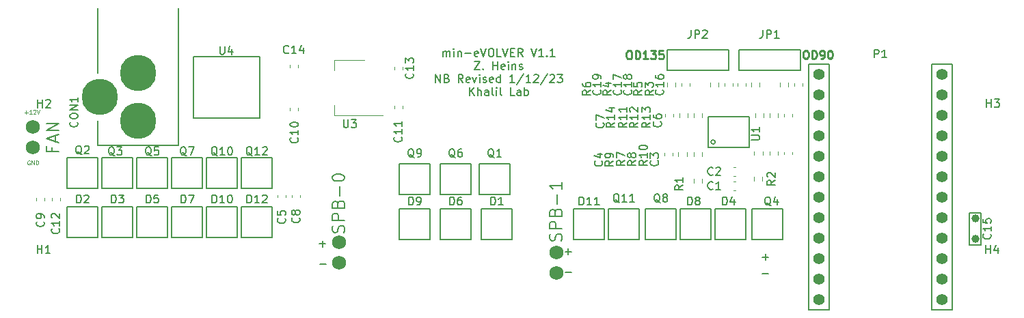
<source format=gbr>
%TF.GenerationSoftware,KiCad,Pcbnew,(6.0.10)*%
%TF.CreationDate,2023-01-12T16:12:03-05:00*%
%TF.ProjectId,power_mini_evolver,706f7765-725f-46d6-996e-695f65766f6c,rev?*%
%TF.SameCoordinates,Original*%
%TF.FileFunction,Legend,Top*%
%TF.FilePolarity,Positive*%
%FSLAX46Y46*%
G04 Gerber Fmt 4.6, Leading zero omitted, Abs format (unit mm)*
G04 Created by KiCad (PCBNEW (6.0.10)) date 2023-01-12 16:12:03*
%MOMM*%
%LPD*%
G01*
G04 APERTURE LIST*
%ADD10C,0.150000*%
%ADD11C,0.254000*%
%ADD12C,0.063500*%
%ADD13C,0.177800*%
%ADD14C,0.120000*%
%ADD15C,4.500000*%
%ADD16C,1.000000*%
%ADD17C,1.750000*%
%ADD18C,1.397000*%
G04 APERTURE END LIST*
D10*
X154304952Y-107624571D02*
X153543047Y-107624571D01*
X154254152Y-105059171D02*
X153492247Y-105059171D01*
X153873200Y-104678219D02*
X153873200Y-105440123D01*
D11*
X161342009Y-80114019D02*
X161535533Y-80114019D01*
X161632295Y-80162400D01*
X161729057Y-80259161D01*
X161777438Y-80452685D01*
X161777438Y-80791352D01*
X161729057Y-80984876D01*
X161632295Y-81081638D01*
X161535533Y-81130019D01*
X161342009Y-81130019D01*
X161245247Y-81081638D01*
X161148485Y-80984876D01*
X161100104Y-80791352D01*
X161100104Y-80452685D01*
X161148485Y-80259161D01*
X161245247Y-80162400D01*
X161342009Y-80114019D01*
X162212866Y-81130019D02*
X162212866Y-80114019D01*
X162454771Y-80114019D01*
X162599914Y-80162400D01*
X162696676Y-80259161D01*
X162745057Y-80355923D01*
X162793438Y-80549447D01*
X162793438Y-80694590D01*
X162745057Y-80888114D01*
X162696676Y-80984876D01*
X162599914Y-81081638D01*
X162454771Y-81130019D01*
X162212866Y-81130019D01*
X163761057Y-81130019D02*
X163180485Y-81130019D01*
X163470771Y-81130019D02*
X163470771Y-80114019D01*
X163374009Y-80259161D01*
X163277247Y-80355923D01*
X163180485Y-80404304D01*
X164099723Y-80114019D02*
X164728676Y-80114019D01*
X164390009Y-80501066D01*
X164535152Y-80501066D01*
X164631914Y-80549447D01*
X164680295Y-80597828D01*
X164728676Y-80694590D01*
X164728676Y-80936495D01*
X164680295Y-81033257D01*
X164631914Y-81081638D01*
X164535152Y-81130019D01*
X164244866Y-81130019D01*
X164148104Y-81081638D01*
X164099723Y-81033257D01*
X165647914Y-80114019D02*
X165164104Y-80114019D01*
X165115723Y-80597828D01*
X165164104Y-80549447D01*
X165260866Y-80501066D01*
X165502771Y-80501066D01*
X165599533Y-80549447D01*
X165647914Y-80597828D01*
X165696295Y-80694590D01*
X165696295Y-80936495D01*
X165647914Y-81033257D01*
X165599533Y-81081638D01*
X165502771Y-81130019D01*
X165260866Y-81130019D01*
X165164104Y-81081638D01*
X165115723Y-81033257D01*
D12*
X87192152Y-93776800D02*
X87143771Y-93752609D01*
X87071200Y-93752609D01*
X86998628Y-93776800D01*
X86950247Y-93825180D01*
X86926057Y-93873561D01*
X86901866Y-93970323D01*
X86901866Y-94042895D01*
X86926057Y-94139657D01*
X86950247Y-94188038D01*
X86998628Y-94236419D01*
X87071200Y-94260609D01*
X87119580Y-94260609D01*
X87192152Y-94236419D01*
X87216342Y-94212228D01*
X87216342Y-94042895D01*
X87119580Y-94042895D01*
X87434057Y-94260609D02*
X87434057Y-93752609D01*
X87724342Y-94260609D01*
X87724342Y-93752609D01*
X87966247Y-94260609D02*
X87966247Y-93752609D01*
X88087200Y-93752609D01*
X88159771Y-93776800D01*
X88208152Y-93825180D01*
X88232342Y-93873561D01*
X88256533Y-93970323D01*
X88256533Y-94042895D01*
X88232342Y-94139657D01*
X88208152Y-94188038D01*
X88159771Y-94236419D01*
X88087200Y-94260609D01*
X87966247Y-94260609D01*
X86557152Y-87767885D02*
X86944200Y-87767885D01*
X86750676Y-87961409D02*
X86750676Y-87574361D01*
X87452200Y-87961409D02*
X87161914Y-87961409D01*
X87307057Y-87961409D02*
X87307057Y-87453409D01*
X87258676Y-87525980D01*
X87210295Y-87574361D01*
X87161914Y-87598552D01*
X87645723Y-87501790D02*
X87669914Y-87477600D01*
X87718295Y-87453409D01*
X87839247Y-87453409D01*
X87887628Y-87477600D01*
X87911819Y-87501790D01*
X87936009Y-87550171D01*
X87936009Y-87598552D01*
X87911819Y-87671123D01*
X87621533Y-87961409D01*
X87936009Y-87961409D01*
X88081152Y-87453409D02*
X88250485Y-87961409D01*
X88419819Y-87453409D01*
D11*
X183212619Y-80088619D02*
X183406142Y-80088619D01*
X183502904Y-80137000D01*
X183599666Y-80233761D01*
X183648047Y-80427285D01*
X183648047Y-80765952D01*
X183599666Y-80959476D01*
X183502904Y-81056238D01*
X183406142Y-81104619D01*
X183212619Y-81104619D01*
X183115857Y-81056238D01*
X183019095Y-80959476D01*
X182970714Y-80765952D01*
X182970714Y-80427285D01*
X183019095Y-80233761D01*
X183115857Y-80137000D01*
X183212619Y-80088619D01*
X184083476Y-81104619D02*
X184083476Y-80088619D01*
X184325380Y-80088619D01*
X184470523Y-80137000D01*
X184567285Y-80233761D01*
X184615666Y-80330523D01*
X184664047Y-80524047D01*
X184664047Y-80669190D01*
X184615666Y-80862714D01*
X184567285Y-80959476D01*
X184470523Y-81056238D01*
X184325380Y-81104619D01*
X184083476Y-81104619D01*
X185147857Y-81104619D02*
X185341380Y-81104619D01*
X185438142Y-81056238D01*
X185486523Y-81007857D01*
X185583285Y-80862714D01*
X185631666Y-80669190D01*
X185631666Y-80282142D01*
X185583285Y-80185380D01*
X185534904Y-80137000D01*
X185438142Y-80088619D01*
X185244619Y-80088619D01*
X185147857Y-80137000D01*
X185099476Y-80185380D01*
X185051095Y-80282142D01*
X185051095Y-80524047D01*
X185099476Y-80620809D01*
X185147857Y-80669190D01*
X185244619Y-80717571D01*
X185438142Y-80717571D01*
X185534904Y-80669190D01*
X185583285Y-80620809D01*
X185631666Y-80524047D01*
X186260619Y-80088619D02*
X186357380Y-80088619D01*
X186454142Y-80137000D01*
X186502523Y-80185380D01*
X186550904Y-80282142D01*
X186599285Y-80475666D01*
X186599285Y-80717571D01*
X186550904Y-80911095D01*
X186502523Y-81007857D01*
X186454142Y-81056238D01*
X186357380Y-81104619D01*
X186260619Y-81104619D01*
X186163857Y-81056238D01*
X186115476Y-81007857D01*
X186067095Y-80911095D01*
X186018714Y-80717571D01*
X186018714Y-80475666D01*
X186067095Y-80282142D01*
X186115476Y-80185380D01*
X186163857Y-80137000D01*
X186260619Y-80088619D01*
D10*
X177876247Y-107767428D02*
X178638152Y-107767428D01*
X123875752Y-106633971D02*
X123113847Y-106633971D01*
X138383238Y-80841380D02*
X138383238Y-80174714D01*
X138383238Y-80269952D02*
X138430857Y-80222333D01*
X138526095Y-80174714D01*
X138668952Y-80174714D01*
X138764190Y-80222333D01*
X138811809Y-80317571D01*
X138811809Y-80841380D01*
X138811809Y-80317571D02*
X138859428Y-80222333D01*
X138954666Y-80174714D01*
X139097523Y-80174714D01*
X139192761Y-80222333D01*
X139240380Y-80317571D01*
X139240380Y-80841380D01*
X139716571Y-80841380D02*
X139716571Y-80174714D01*
X139716571Y-79841380D02*
X139668952Y-79889000D01*
X139716571Y-79936619D01*
X139764190Y-79889000D01*
X139716571Y-79841380D01*
X139716571Y-79936619D01*
X140192761Y-80174714D02*
X140192761Y-80841380D01*
X140192761Y-80269952D02*
X140240380Y-80222333D01*
X140335619Y-80174714D01*
X140478476Y-80174714D01*
X140573714Y-80222333D01*
X140621333Y-80317571D01*
X140621333Y-80841380D01*
X141097523Y-80460428D02*
X141859428Y-80460428D01*
X142716571Y-80793761D02*
X142621333Y-80841380D01*
X142430857Y-80841380D01*
X142335619Y-80793761D01*
X142288000Y-80698523D01*
X142288000Y-80317571D01*
X142335619Y-80222333D01*
X142430857Y-80174714D01*
X142621333Y-80174714D01*
X142716571Y-80222333D01*
X142764190Y-80317571D01*
X142764190Y-80412809D01*
X142288000Y-80508047D01*
X143049904Y-79841380D02*
X143383238Y-80841380D01*
X143716571Y-79841380D01*
X144240380Y-79841380D02*
X144430857Y-79841380D01*
X144526095Y-79889000D01*
X144621333Y-79984238D01*
X144668952Y-80174714D01*
X144668952Y-80508047D01*
X144621333Y-80698523D01*
X144526095Y-80793761D01*
X144430857Y-80841380D01*
X144240380Y-80841380D01*
X144145142Y-80793761D01*
X144049904Y-80698523D01*
X144002285Y-80508047D01*
X144002285Y-80174714D01*
X144049904Y-79984238D01*
X144145142Y-79889000D01*
X144240380Y-79841380D01*
X145573714Y-80841380D02*
X145097523Y-80841380D01*
X145097523Y-79841380D01*
X145764190Y-79841380D02*
X146097523Y-80841380D01*
X146430857Y-79841380D01*
X146764190Y-80317571D02*
X147097523Y-80317571D01*
X147240380Y-80841380D02*
X146764190Y-80841380D01*
X146764190Y-79841380D01*
X147240380Y-79841380D01*
X148240380Y-80841380D02*
X147907047Y-80365190D01*
X147668952Y-80841380D02*
X147668952Y-79841380D01*
X148049904Y-79841380D01*
X148145142Y-79889000D01*
X148192761Y-79936619D01*
X148240380Y-80031857D01*
X148240380Y-80174714D01*
X148192761Y-80269952D01*
X148145142Y-80317571D01*
X148049904Y-80365190D01*
X147668952Y-80365190D01*
X149288000Y-79841380D02*
X149621333Y-80841380D01*
X149954666Y-79841380D01*
X150811809Y-80841380D02*
X150240380Y-80841380D01*
X150526095Y-80841380D02*
X150526095Y-79841380D01*
X150430857Y-79984238D01*
X150335619Y-80079476D01*
X150240380Y-80127095D01*
X151240380Y-80746142D02*
X151288000Y-80793761D01*
X151240380Y-80841380D01*
X151192761Y-80793761D01*
X151240380Y-80746142D01*
X151240380Y-80841380D01*
X152240380Y-80841380D02*
X151668952Y-80841380D01*
X151954666Y-80841380D02*
X151954666Y-79841380D01*
X151859428Y-79984238D01*
X151764190Y-80079476D01*
X151668952Y-80127095D01*
X142288000Y-81451380D02*
X142954666Y-81451380D01*
X142288000Y-82451380D01*
X142954666Y-82451380D01*
X143335619Y-82356142D02*
X143383238Y-82403761D01*
X143335619Y-82451380D01*
X143288000Y-82403761D01*
X143335619Y-82356142D01*
X143335619Y-82451380D01*
X144573714Y-82451380D02*
X144573714Y-81451380D01*
X144573714Y-81927571D02*
X145145142Y-81927571D01*
X145145142Y-82451380D02*
X145145142Y-81451380D01*
X146002285Y-82403761D02*
X145907047Y-82451380D01*
X145716571Y-82451380D01*
X145621333Y-82403761D01*
X145573714Y-82308523D01*
X145573714Y-81927571D01*
X145621333Y-81832333D01*
X145716571Y-81784714D01*
X145907047Y-81784714D01*
X146002285Y-81832333D01*
X146049904Y-81927571D01*
X146049904Y-82022809D01*
X145573714Y-82118047D01*
X146478476Y-82451380D02*
X146478476Y-81784714D01*
X146478476Y-81451380D02*
X146430857Y-81499000D01*
X146478476Y-81546619D01*
X146526095Y-81499000D01*
X146478476Y-81451380D01*
X146478476Y-81546619D01*
X146954666Y-81784714D02*
X146954666Y-82451380D01*
X146954666Y-81879952D02*
X147002285Y-81832333D01*
X147097523Y-81784714D01*
X147240380Y-81784714D01*
X147335619Y-81832333D01*
X147383238Y-81927571D01*
X147383238Y-82451380D01*
X147811809Y-82403761D02*
X147907047Y-82451380D01*
X148097523Y-82451380D01*
X148192761Y-82403761D01*
X148240380Y-82308523D01*
X148240380Y-82260904D01*
X148192761Y-82165666D01*
X148097523Y-82118047D01*
X147954666Y-82118047D01*
X147859428Y-82070428D01*
X147811809Y-81975190D01*
X147811809Y-81927571D01*
X147859428Y-81832333D01*
X147954666Y-81784714D01*
X148097523Y-81784714D01*
X148192761Y-81832333D01*
X137478476Y-84061380D02*
X137478476Y-83061380D01*
X138049904Y-84061380D01*
X138049904Y-83061380D01*
X138859428Y-83537571D02*
X139002285Y-83585190D01*
X139049904Y-83632809D01*
X139097523Y-83728047D01*
X139097523Y-83870904D01*
X139049904Y-83966142D01*
X139002285Y-84013761D01*
X138907047Y-84061380D01*
X138526095Y-84061380D01*
X138526095Y-83061380D01*
X138859428Y-83061380D01*
X138954666Y-83109000D01*
X139002285Y-83156619D01*
X139049904Y-83251857D01*
X139049904Y-83347095D01*
X139002285Y-83442333D01*
X138954666Y-83489952D01*
X138859428Y-83537571D01*
X138526095Y-83537571D01*
X140859428Y-84061380D02*
X140526095Y-83585190D01*
X140288000Y-84061380D02*
X140288000Y-83061380D01*
X140668952Y-83061380D01*
X140764190Y-83109000D01*
X140811809Y-83156619D01*
X140859428Y-83251857D01*
X140859428Y-83394714D01*
X140811809Y-83489952D01*
X140764190Y-83537571D01*
X140668952Y-83585190D01*
X140288000Y-83585190D01*
X141668952Y-84013761D02*
X141573714Y-84061380D01*
X141383238Y-84061380D01*
X141288000Y-84013761D01*
X141240380Y-83918523D01*
X141240380Y-83537571D01*
X141288000Y-83442333D01*
X141383238Y-83394714D01*
X141573714Y-83394714D01*
X141668952Y-83442333D01*
X141716571Y-83537571D01*
X141716571Y-83632809D01*
X141240380Y-83728047D01*
X142049904Y-83394714D02*
X142288000Y-84061380D01*
X142526095Y-83394714D01*
X142907047Y-84061380D02*
X142907047Y-83394714D01*
X142907047Y-83061380D02*
X142859428Y-83109000D01*
X142907047Y-83156619D01*
X142954666Y-83109000D01*
X142907047Y-83061380D01*
X142907047Y-83156619D01*
X143335619Y-84013761D02*
X143430857Y-84061380D01*
X143621333Y-84061380D01*
X143716571Y-84013761D01*
X143764190Y-83918523D01*
X143764190Y-83870904D01*
X143716571Y-83775666D01*
X143621333Y-83728047D01*
X143478476Y-83728047D01*
X143383238Y-83680428D01*
X143335619Y-83585190D01*
X143335619Y-83537571D01*
X143383238Y-83442333D01*
X143478476Y-83394714D01*
X143621333Y-83394714D01*
X143716571Y-83442333D01*
X144573714Y-84013761D02*
X144478476Y-84061380D01*
X144288000Y-84061380D01*
X144192761Y-84013761D01*
X144145142Y-83918523D01*
X144145142Y-83537571D01*
X144192761Y-83442333D01*
X144288000Y-83394714D01*
X144478476Y-83394714D01*
X144573714Y-83442333D01*
X144621333Y-83537571D01*
X144621333Y-83632809D01*
X144145142Y-83728047D01*
X145478476Y-84061380D02*
X145478476Y-83061380D01*
X145478476Y-84013761D02*
X145383238Y-84061380D01*
X145192761Y-84061380D01*
X145097523Y-84013761D01*
X145049904Y-83966142D01*
X145002285Y-83870904D01*
X145002285Y-83585190D01*
X145049904Y-83489952D01*
X145097523Y-83442333D01*
X145192761Y-83394714D01*
X145383238Y-83394714D01*
X145478476Y-83442333D01*
X147240380Y-84061380D02*
X146668952Y-84061380D01*
X146954666Y-84061380D02*
X146954666Y-83061380D01*
X146859428Y-83204238D01*
X146764190Y-83299476D01*
X146668952Y-83347095D01*
X148383238Y-83013761D02*
X147526095Y-84299476D01*
X149240380Y-84061380D02*
X148668952Y-84061380D01*
X148954666Y-84061380D02*
X148954666Y-83061380D01*
X148859428Y-83204238D01*
X148764190Y-83299476D01*
X148668952Y-83347095D01*
X149621333Y-83156619D02*
X149668952Y-83109000D01*
X149764190Y-83061380D01*
X150002285Y-83061380D01*
X150097523Y-83109000D01*
X150145142Y-83156619D01*
X150192761Y-83251857D01*
X150192761Y-83347095D01*
X150145142Y-83489952D01*
X149573714Y-84061380D01*
X150192761Y-84061380D01*
X151335619Y-83013761D02*
X150478476Y-84299476D01*
X151621333Y-83156619D02*
X151668952Y-83109000D01*
X151764190Y-83061380D01*
X152002285Y-83061380D01*
X152097523Y-83109000D01*
X152145142Y-83156619D01*
X152192761Y-83251857D01*
X152192761Y-83347095D01*
X152145142Y-83489952D01*
X151573714Y-84061380D01*
X152192761Y-84061380D01*
X152526095Y-83061380D02*
X153145142Y-83061380D01*
X152811809Y-83442333D01*
X152954666Y-83442333D01*
X153049904Y-83489952D01*
X153097523Y-83537571D01*
X153145142Y-83632809D01*
X153145142Y-83870904D01*
X153097523Y-83966142D01*
X153049904Y-84013761D01*
X152954666Y-84061380D01*
X152668952Y-84061380D01*
X152573714Y-84013761D01*
X152526095Y-83966142D01*
X141668952Y-85671380D02*
X141668952Y-84671380D01*
X142240380Y-85671380D02*
X141811809Y-85099952D01*
X142240380Y-84671380D02*
X141668952Y-85242809D01*
X142668952Y-85671380D02*
X142668952Y-84671380D01*
X143097523Y-85671380D02*
X143097523Y-85147571D01*
X143049904Y-85052333D01*
X142954666Y-85004714D01*
X142811809Y-85004714D01*
X142716571Y-85052333D01*
X142668952Y-85099952D01*
X144002285Y-85671380D02*
X144002285Y-85147571D01*
X143954666Y-85052333D01*
X143859428Y-85004714D01*
X143668952Y-85004714D01*
X143573714Y-85052333D01*
X144002285Y-85623761D02*
X143907047Y-85671380D01*
X143668952Y-85671380D01*
X143573714Y-85623761D01*
X143526095Y-85528523D01*
X143526095Y-85433285D01*
X143573714Y-85338047D01*
X143668952Y-85290428D01*
X143907047Y-85290428D01*
X144002285Y-85242809D01*
X144621333Y-85671380D02*
X144526095Y-85623761D01*
X144478476Y-85528523D01*
X144478476Y-84671380D01*
X145002285Y-85671380D02*
X145002285Y-85004714D01*
X145002285Y-84671380D02*
X144954666Y-84719000D01*
X145002285Y-84766619D01*
X145049904Y-84719000D01*
X145002285Y-84671380D01*
X145002285Y-84766619D01*
X145621333Y-85671380D02*
X145526095Y-85623761D01*
X145478476Y-85528523D01*
X145478476Y-84671380D01*
X147240380Y-85671380D02*
X146764190Y-85671380D01*
X146764190Y-84671380D01*
X148002285Y-85671380D02*
X148002285Y-85147571D01*
X147954666Y-85052333D01*
X147859428Y-85004714D01*
X147668952Y-85004714D01*
X147573714Y-85052333D01*
X148002285Y-85623761D02*
X147907047Y-85671380D01*
X147668952Y-85671380D01*
X147573714Y-85623761D01*
X147526095Y-85528523D01*
X147526095Y-85433285D01*
X147573714Y-85338047D01*
X147668952Y-85290428D01*
X147907047Y-85290428D01*
X148002285Y-85242809D01*
X148478476Y-85671380D02*
X148478476Y-84671380D01*
X148478476Y-85052333D02*
X148573714Y-85004714D01*
X148764190Y-85004714D01*
X148859428Y-85052333D01*
X148907047Y-85099952D01*
X148954666Y-85195190D01*
X148954666Y-85480904D01*
X148907047Y-85576142D01*
X148859428Y-85623761D01*
X148764190Y-85671380D01*
X148573714Y-85671380D01*
X148478476Y-85623761D01*
X123824952Y-104068571D02*
X123063047Y-104068571D01*
X123444000Y-103687619D02*
X123444000Y-104449523D01*
X177927047Y-105735428D02*
X178688952Y-105735428D01*
X178308000Y-106116380D02*
X178308000Y-105354476D01*
%TO.C,D10*%
X109783714Y-99004380D02*
X109783714Y-98004380D01*
X110021809Y-98004380D01*
X110164666Y-98052000D01*
X110259904Y-98147238D01*
X110307523Y-98242476D01*
X110355142Y-98432952D01*
X110355142Y-98575809D01*
X110307523Y-98766285D01*
X110259904Y-98861523D01*
X110164666Y-98956761D01*
X110021809Y-99004380D01*
X109783714Y-99004380D01*
X111307523Y-99004380D02*
X110736095Y-99004380D01*
X111021809Y-99004380D02*
X111021809Y-98004380D01*
X110926571Y-98147238D01*
X110831333Y-98242476D01*
X110736095Y-98290095D01*
X111926571Y-98004380D02*
X112021809Y-98004380D01*
X112117047Y-98052000D01*
X112164666Y-98099619D01*
X112212285Y-98194857D01*
X112259904Y-98385333D01*
X112259904Y-98623428D01*
X112212285Y-98813904D01*
X112164666Y-98909142D01*
X112117047Y-98956761D01*
X112021809Y-99004380D01*
X111926571Y-99004380D01*
X111831333Y-98956761D01*
X111783714Y-98909142D01*
X111736095Y-98813904D01*
X111688476Y-98623428D01*
X111688476Y-98385333D01*
X111736095Y-98194857D01*
X111783714Y-98099619D01*
X111831333Y-98052000D01*
X111926571Y-98004380D01*
%TO.C,D9*%
X134135904Y-99258380D02*
X134135904Y-98258380D01*
X134374000Y-98258380D01*
X134516857Y-98306000D01*
X134612095Y-98401238D01*
X134659714Y-98496476D01*
X134707333Y-98686952D01*
X134707333Y-98829809D01*
X134659714Y-99020285D01*
X134612095Y-99115523D01*
X134516857Y-99210761D01*
X134374000Y-99258380D01*
X134135904Y-99258380D01*
X135183523Y-99258380D02*
X135374000Y-99258380D01*
X135469238Y-99210761D01*
X135516857Y-99163142D01*
X135612095Y-99020285D01*
X135659714Y-98829809D01*
X135659714Y-98448857D01*
X135612095Y-98353619D01*
X135564476Y-98306000D01*
X135469238Y-98258380D01*
X135278761Y-98258380D01*
X135183523Y-98306000D01*
X135135904Y-98353619D01*
X135088285Y-98448857D01*
X135088285Y-98686952D01*
X135135904Y-98782190D01*
X135183523Y-98829809D01*
X135278761Y-98877428D01*
X135469238Y-98877428D01*
X135564476Y-98829809D01*
X135612095Y-98782190D01*
X135659714Y-98686952D01*
%TO.C,D8*%
X168679904Y-99258380D02*
X168679904Y-98258380D01*
X168918000Y-98258380D01*
X169060857Y-98306000D01*
X169156095Y-98401238D01*
X169203714Y-98496476D01*
X169251333Y-98686952D01*
X169251333Y-98829809D01*
X169203714Y-99020285D01*
X169156095Y-99115523D01*
X169060857Y-99210761D01*
X168918000Y-99258380D01*
X168679904Y-99258380D01*
X169822761Y-98686952D02*
X169727523Y-98639333D01*
X169679904Y-98591714D01*
X169632285Y-98496476D01*
X169632285Y-98448857D01*
X169679904Y-98353619D01*
X169727523Y-98306000D01*
X169822761Y-98258380D01*
X170013238Y-98258380D01*
X170108476Y-98306000D01*
X170156095Y-98353619D01*
X170203714Y-98448857D01*
X170203714Y-98496476D01*
X170156095Y-98591714D01*
X170108476Y-98639333D01*
X170013238Y-98686952D01*
X169822761Y-98686952D01*
X169727523Y-98734571D01*
X169679904Y-98782190D01*
X169632285Y-98877428D01*
X169632285Y-99067904D01*
X169679904Y-99163142D01*
X169727523Y-99210761D01*
X169822761Y-99258380D01*
X170013238Y-99258380D01*
X170108476Y-99210761D01*
X170156095Y-99163142D01*
X170203714Y-99067904D01*
X170203714Y-98877428D01*
X170156095Y-98782190D01*
X170108476Y-98734571D01*
X170013238Y-98686952D01*
%TO.C,D7*%
X105941904Y-99004380D02*
X105941904Y-98004380D01*
X106180000Y-98004380D01*
X106322857Y-98052000D01*
X106418095Y-98147238D01*
X106465714Y-98242476D01*
X106513333Y-98432952D01*
X106513333Y-98575809D01*
X106465714Y-98766285D01*
X106418095Y-98861523D01*
X106322857Y-98956761D01*
X106180000Y-99004380D01*
X105941904Y-99004380D01*
X106846666Y-98004380D02*
X107513333Y-98004380D01*
X107084761Y-99004380D01*
%TO.C,D6*%
X139215904Y-99258380D02*
X139215904Y-98258380D01*
X139454000Y-98258380D01*
X139596857Y-98306000D01*
X139692095Y-98401238D01*
X139739714Y-98496476D01*
X139787333Y-98686952D01*
X139787333Y-98829809D01*
X139739714Y-99020285D01*
X139692095Y-99115523D01*
X139596857Y-99210761D01*
X139454000Y-99258380D01*
X139215904Y-99258380D01*
X140644476Y-98258380D02*
X140454000Y-98258380D01*
X140358761Y-98306000D01*
X140311142Y-98353619D01*
X140215904Y-98496476D01*
X140168285Y-98686952D01*
X140168285Y-99067904D01*
X140215904Y-99163142D01*
X140263523Y-99210761D01*
X140358761Y-99258380D01*
X140549238Y-99258380D01*
X140644476Y-99210761D01*
X140692095Y-99163142D01*
X140739714Y-99067904D01*
X140739714Y-98829809D01*
X140692095Y-98734571D01*
X140644476Y-98686952D01*
X140549238Y-98639333D01*
X140358761Y-98639333D01*
X140263523Y-98686952D01*
X140215904Y-98734571D01*
X140168285Y-98829809D01*
%TO.C,D4*%
X172997904Y-99258380D02*
X172997904Y-98258380D01*
X173236000Y-98258380D01*
X173378857Y-98306000D01*
X173474095Y-98401238D01*
X173521714Y-98496476D01*
X173569333Y-98686952D01*
X173569333Y-98829809D01*
X173521714Y-99020285D01*
X173474095Y-99115523D01*
X173378857Y-99210761D01*
X173236000Y-99258380D01*
X172997904Y-99258380D01*
X174426476Y-98591714D02*
X174426476Y-99258380D01*
X174188380Y-98210761D02*
X173950285Y-98925047D01*
X174569333Y-98925047D01*
%TO.C,D3*%
X97305904Y-99004380D02*
X97305904Y-98004380D01*
X97544000Y-98004380D01*
X97686857Y-98052000D01*
X97782095Y-98147238D01*
X97829714Y-98242476D01*
X97877333Y-98432952D01*
X97877333Y-98575809D01*
X97829714Y-98766285D01*
X97782095Y-98861523D01*
X97686857Y-98956761D01*
X97544000Y-99004380D01*
X97305904Y-99004380D01*
X98210666Y-98004380D02*
X98829714Y-98004380D01*
X98496380Y-98385333D01*
X98639238Y-98385333D01*
X98734476Y-98432952D01*
X98782095Y-98480571D01*
X98829714Y-98575809D01*
X98829714Y-98813904D01*
X98782095Y-98909142D01*
X98734476Y-98956761D01*
X98639238Y-99004380D01*
X98353523Y-99004380D01*
X98258285Y-98956761D01*
X98210666Y-98909142D01*
%TO.C,D2*%
X92987904Y-99004380D02*
X92987904Y-98004380D01*
X93226000Y-98004380D01*
X93368857Y-98052000D01*
X93464095Y-98147238D01*
X93511714Y-98242476D01*
X93559333Y-98432952D01*
X93559333Y-98575809D01*
X93511714Y-98766285D01*
X93464095Y-98861523D01*
X93368857Y-98956761D01*
X93226000Y-99004380D01*
X92987904Y-99004380D01*
X93940285Y-98099619D02*
X93987904Y-98052000D01*
X94083142Y-98004380D01*
X94321238Y-98004380D01*
X94416476Y-98052000D01*
X94464095Y-98099619D01*
X94511714Y-98194857D01*
X94511714Y-98290095D01*
X94464095Y-98432952D01*
X93892666Y-99004380D01*
X94511714Y-99004380D01*
%TO.C,D1*%
X144295904Y-99258380D02*
X144295904Y-98258380D01*
X144534000Y-98258380D01*
X144676857Y-98306000D01*
X144772095Y-98401238D01*
X144819714Y-98496476D01*
X144867333Y-98686952D01*
X144867333Y-98829809D01*
X144819714Y-99020285D01*
X144772095Y-99115523D01*
X144676857Y-99210761D01*
X144534000Y-99258380D01*
X144295904Y-99258380D01*
X145819714Y-99258380D02*
X145248285Y-99258380D01*
X145534000Y-99258380D02*
X145534000Y-98258380D01*
X145438761Y-98401238D01*
X145343523Y-98496476D01*
X145248285Y-98544095D01*
%TO.C,CON1*%
X93041742Y-88945885D02*
X93089361Y-88993504D01*
X93136980Y-89136361D01*
X93136980Y-89231600D01*
X93089361Y-89374457D01*
X92994123Y-89469695D01*
X92898885Y-89517314D01*
X92708409Y-89564933D01*
X92565552Y-89564933D01*
X92375076Y-89517314D01*
X92279838Y-89469695D01*
X92184600Y-89374457D01*
X92136980Y-89231600D01*
X92136980Y-89136361D01*
X92184600Y-88993504D01*
X92232219Y-88945885D01*
X92136980Y-88326838D02*
X92136980Y-88136361D01*
X92184600Y-88041123D01*
X92279838Y-87945885D01*
X92470314Y-87898266D01*
X92803647Y-87898266D01*
X92994123Y-87945885D01*
X93089361Y-88041123D01*
X93136980Y-88136361D01*
X93136980Y-88326838D01*
X93089361Y-88422076D01*
X92994123Y-88517314D01*
X92803647Y-88564933D01*
X92470314Y-88564933D01*
X92279838Y-88517314D01*
X92184600Y-88422076D01*
X92136980Y-88326838D01*
X93136980Y-87469695D02*
X92136980Y-87469695D01*
X93136980Y-86898266D01*
X92136980Y-86898266D01*
X93136980Y-85898266D02*
X93136980Y-86469695D01*
X93136980Y-86183980D02*
X92136980Y-86183980D01*
X92279838Y-86279219D01*
X92375076Y-86374457D01*
X92422695Y-86469695D01*
%TO.C,C15*%
X206149342Y-102852457D02*
X206196961Y-102900076D01*
X206244580Y-103042933D01*
X206244580Y-103138171D01*
X206196961Y-103281028D01*
X206101723Y-103376266D01*
X206006485Y-103423885D01*
X205816009Y-103471504D01*
X205673152Y-103471504D01*
X205482676Y-103423885D01*
X205387438Y-103376266D01*
X205292200Y-103281028D01*
X205244580Y-103138171D01*
X205244580Y-103042933D01*
X205292200Y-102900076D01*
X205339819Y-102852457D01*
X206244580Y-101900076D02*
X206244580Y-102471504D01*
X206244580Y-102185790D02*
X205244580Y-102185790D01*
X205387438Y-102281028D01*
X205482676Y-102376266D01*
X205530295Y-102471504D01*
X205244580Y-100995314D02*
X205244580Y-101471504D01*
X205720771Y-101519123D01*
X205673152Y-101471504D01*
X205625533Y-101376266D01*
X205625533Y-101138171D01*
X205673152Y-101042933D01*
X205720771Y-100995314D01*
X205816009Y-100947695D01*
X206054104Y-100947695D01*
X206149342Y-100995314D01*
X206196961Y-101042933D01*
X206244580Y-101138171D01*
X206244580Y-101376266D01*
X206196961Y-101471504D01*
X206149342Y-101519123D01*
%TO.C,C14*%
X119245142Y-80367142D02*
X119197523Y-80414761D01*
X119054666Y-80462380D01*
X118959428Y-80462380D01*
X118816571Y-80414761D01*
X118721333Y-80319523D01*
X118673714Y-80224285D01*
X118626095Y-80033809D01*
X118626095Y-79890952D01*
X118673714Y-79700476D01*
X118721333Y-79605238D01*
X118816571Y-79510000D01*
X118959428Y-79462380D01*
X119054666Y-79462380D01*
X119197523Y-79510000D01*
X119245142Y-79557619D01*
X120197523Y-80462380D02*
X119626095Y-80462380D01*
X119911809Y-80462380D02*
X119911809Y-79462380D01*
X119816571Y-79605238D01*
X119721333Y-79700476D01*
X119626095Y-79748095D01*
X121054666Y-79795714D02*
X121054666Y-80462380D01*
X120816571Y-79414761D02*
X120578476Y-80129047D01*
X121197523Y-80129047D01*
%TO.C,C7*%
X158218142Y-89066666D02*
X158265761Y-89114285D01*
X158313380Y-89257142D01*
X158313380Y-89352380D01*
X158265761Y-89495238D01*
X158170523Y-89590476D01*
X158075285Y-89638095D01*
X157884809Y-89685714D01*
X157741952Y-89685714D01*
X157551476Y-89638095D01*
X157456238Y-89590476D01*
X157361000Y-89495238D01*
X157313380Y-89352380D01*
X157313380Y-89257142D01*
X157361000Y-89114285D01*
X157408619Y-89066666D01*
X157313380Y-88733333D02*
X157313380Y-88066666D01*
X158313380Y-88495238D01*
%TO.C,C6*%
X165330142Y-88939666D02*
X165377761Y-88987285D01*
X165425380Y-89130142D01*
X165425380Y-89225380D01*
X165377761Y-89368238D01*
X165282523Y-89463476D01*
X165187285Y-89511095D01*
X164996809Y-89558714D01*
X164853952Y-89558714D01*
X164663476Y-89511095D01*
X164568238Y-89463476D01*
X164473000Y-89368238D01*
X164425380Y-89225380D01*
X164425380Y-89130142D01*
X164473000Y-88987285D01*
X164520619Y-88939666D01*
X164425380Y-88082523D02*
X164425380Y-88273000D01*
X164473000Y-88368238D01*
X164520619Y-88415857D01*
X164663476Y-88511095D01*
X164853952Y-88558714D01*
X165234904Y-88558714D01*
X165330142Y-88511095D01*
X165377761Y-88463476D01*
X165425380Y-88368238D01*
X165425380Y-88177761D01*
X165377761Y-88082523D01*
X165330142Y-88034904D01*
X165234904Y-87987285D01*
X164996809Y-87987285D01*
X164901571Y-88034904D01*
X164853952Y-88082523D01*
X164806333Y-88177761D01*
X164806333Y-88368238D01*
X164853952Y-88463476D01*
X164901571Y-88511095D01*
X164996809Y-88558714D01*
%TO.C,C5*%
X118771942Y-100903066D02*
X118819561Y-100950685D01*
X118867180Y-101093542D01*
X118867180Y-101188780D01*
X118819561Y-101331638D01*
X118724323Y-101426876D01*
X118629085Y-101474495D01*
X118438609Y-101522114D01*
X118295752Y-101522114D01*
X118105276Y-101474495D01*
X118010038Y-101426876D01*
X117914800Y-101331638D01*
X117867180Y-101188780D01*
X117867180Y-101093542D01*
X117914800Y-100950685D01*
X117962419Y-100903066D01*
X117867180Y-99998304D02*
X117867180Y-100474495D01*
X118343371Y-100522114D01*
X118295752Y-100474495D01*
X118248133Y-100379257D01*
X118248133Y-100141161D01*
X118295752Y-100045923D01*
X118343371Y-99998304D01*
X118438609Y-99950685D01*
X118676704Y-99950685D01*
X118771942Y-99998304D01*
X118819561Y-100045923D01*
X118867180Y-100141161D01*
X118867180Y-100379257D01*
X118819561Y-100474495D01*
X118771942Y-100522114D01*
%TO.C,C3*%
X164949142Y-93765666D02*
X164996761Y-93813285D01*
X165044380Y-93956142D01*
X165044380Y-94051380D01*
X164996761Y-94194238D01*
X164901523Y-94289476D01*
X164806285Y-94337095D01*
X164615809Y-94384714D01*
X164472952Y-94384714D01*
X164282476Y-94337095D01*
X164187238Y-94289476D01*
X164092000Y-94194238D01*
X164044380Y-94051380D01*
X164044380Y-93956142D01*
X164092000Y-93813285D01*
X164139619Y-93765666D01*
X164044380Y-93432333D02*
X164044380Y-92813285D01*
X164425333Y-93146619D01*
X164425333Y-93003761D01*
X164472952Y-92908523D01*
X164520571Y-92860904D01*
X164615809Y-92813285D01*
X164853904Y-92813285D01*
X164949142Y-92860904D01*
X164996761Y-92908523D01*
X165044380Y-93003761D01*
X165044380Y-93289476D01*
X164996761Y-93384714D01*
X164949142Y-93432333D01*
%TO.C,C1*%
X171791333Y-97258142D02*
X171743714Y-97305761D01*
X171600857Y-97353380D01*
X171505619Y-97353380D01*
X171362761Y-97305761D01*
X171267523Y-97210523D01*
X171219904Y-97115285D01*
X171172285Y-96924809D01*
X171172285Y-96781952D01*
X171219904Y-96591476D01*
X171267523Y-96496238D01*
X171362761Y-96401000D01*
X171505619Y-96353380D01*
X171600857Y-96353380D01*
X171743714Y-96401000D01*
X171791333Y-96448619D01*
X172743714Y-97353380D02*
X172172285Y-97353380D01*
X172458000Y-97353380D02*
X172458000Y-96353380D01*
X172362761Y-96496238D01*
X172267523Y-96591476D01*
X172172285Y-96639095D01*
%TO.C,Q4*%
X178974761Y-99353619D02*
X178879523Y-99306000D01*
X178784285Y-99210761D01*
X178641428Y-99067904D01*
X178546190Y-99020285D01*
X178450952Y-99020285D01*
X178498571Y-99258380D02*
X178403333Y-99210761D01*
X178308095Y-99115523D01*
X178260476Y-98925047D01*
X178260476Y-98591714D01*
X178308095Y-98401238D01*
X178403333Y-98306000D01*
X178498571Y-98258380D01*
X178689047Y-98258380D01*
X178784285Y-98306000D01*
X178879523Y-98401238D01*
X178927142Y-98591714D01*
X178927142Y-98925047D01*
X178879523Y-99115523D01*
X178784285Y-99210761D01*
X178689047Y-99258380D01*
X178498571Y-99258380D01*
X179784285Y-98591714D02*
X179784285Y-99258380D01*
X179546190Y-98210761D02*
X179308095Y-98925047D01*
X179927142Y-98925047D01*
%TO.C,JP1*%
X177982666Y-77557380D02*
X177982666Y-78271666D01*
X177935047Y-78414523D01*
X177839809Y-78509761D01*
X177696952Y-78557380D01*
X177601714Y-78557380D01*
X178458857Y-78557380D02*
X178458857Y-77557380D01*
X178839809Y-77557380D01*
X178935047Y-77605000D01*
X178982666Y-77652619D01*
X179030285Y-77747857D01*
X179030285Y-77890714D01*
X178982666Y-77985952D01*
X178935047Y-78033571D01*
X178839809Y-78081190D01*
X178458857Y-78081190D01*
X179982666Y-78557380D02*
X179411238Y-78557380D01*
X179696952Y-78557380D02*
X179696952Y-77557380D01*
X179601714Y-77700238D01*
X179506476Y-77795476D01*
X179411238Y-77843095D01*
%TO.C,D12*%
X114101714Y-99004380D02*
X114101714Y-98004380D01*
X114339809Y-98004380D01*
X114482666Y-98052000D01*
X114577904Y-98147238D01*
X114625523Y-98242476D01*
X114673142Y-98432952D01*
X114673142Y-98575809D01*
X114625523Y-98766285D01*
X114577904Y-98861523D01*
X114482666Y-98956761D01*
X114339809Y-99004380D01*
X114101714Y-99004380D01*
X115625523Y-99004380D02*
X115054095Y-99004380D01*
X115339809Y-99004380D02*
X115339809Y-98004380D01*
X115244571Y-98147238D01*
X115149333Y-98242476D01*
X115054095Y-98290095D01*
X116006476Y-98099619D02*
X116054095Y-98052000D01*
X116149333Y-98004380D01*
X116387428Y-98004380D01*
X116482666Y-98052000D01*
X116530285Y-98099619D01*
X116577904Y-98194857D01*
X116577904Y-98290095D01*
X116530285Y-98432952D01*
X115958857Y-99004380D01*
X116577904Y-99004380D01*
%TO.C,Q3*%
X97694761Y-93156019D02*
X97599523Y-93108400D01*
X97504285Y-93013161D01*
X97361428Y-92870304D01*
X97266190Y-92822685D01*
X97170952Y-92822685D01*
X97218571Y-93060780D02*
X97123333Y-93013161D01*
X97028095Y-92917923D01*
X96980476Y-92727447D01*
X96980476Y-92394114D01*
X97028095Y-92203638D01*
X97123333Y-92108400D01*
X97218571Y-92060780D01*
X97409047Y-92060780D01*
X97504285Y-92108400D01*
X97599523Y-92203638D01*
X97647142Y-92394114D01*
X97647142Y-92727447D01*
X97599523Y-92917923D01*
X97504285Y-93013161D01*
X97409047Y-93060780D01*
X97218571Y-93060780D01*
X97980476Y-92060780D02*
X98599523Y-92060780D01*
X98266190Y-92441733D01*
X98409047Y-92441733D01*
X98504285Y-92489352D01*
X98551904Y-92536971D01*
X98599523Y-92632209D01*
X98599523Y-92870304D01*
X98551904Y-92965542D01*
X98504285Y-93013161D01*
X98409047Y-93060780D01*
X98123333Y-93060780D01*
X98028095Y-93013161D01*
X97980476Y-92965542D01*
%TO.C,Q2*%
X93630761Y-93003619D02*
X93535523Y-92956000D01*
X93440285Y-92860761D01*
X93297428Y-92717904D01*
X93202190Y-92670285D01*
X93106952Y-92670285D01*
X93154571Y-92908380D02*
X93059333Y-92860761D01*
X92964095Y-92765523D01*
X92916476Y-92575047D01*
X92916476Y-92241714D01*
X92964095Y-92051238D01*
X93059333Y-91956000D01*
X93154571Y-91908380D01*
X93345047Y-91908380D01*
X93440285Y-91956000D01*
X93535523Y-92051238D01*
X93583142Y-92241714D01*
X93583142Y-92575047D01*
X93535523Y-92765523D01*
X93440285Y-92860761D01*
X93345047Y-92908380D01*
X93154571Y-92908380D01*
X93964095Y-92003619D02*
X94011714Y-91956000D01*
X94106952Y-91908380D01*
X94345047Y-91908380D01*
X94440285Y-91956000D01*
X94487904Y-92003619D01*
X94535523Y-92098857D01*
X94535523Y-92194095D01*
X94487904Y-92336952D01*
X93916476Y-92908380D01*
X94535523Y-92908380D01*
%TO.C,Q1*%
X144684761Y-93384619D02*
X144589523Y-93337000D01*
X144494285Y-93241761D01*
X144351428Y-93098904D01*
X144256190Y-93051285D01*
X144160952Y-93051285D01*
X144208571Y-93289380D02*
X144113333Y-93241761D01*
X144018095Y-93146523D01*
X143970476Y-92956047D01*
X143970476Y-92622714D01*
X144018095Y-92432238D01*
X144113333Y-92337000D01*
X144208571Y-92289380D01*
X144399047Y-92289380D01*
X144494285Y-92337000D01*
X144589523Y-92432238D01*
X144637142Y-92622714D01*
X144637142Y-92956047D01*
X144589523Y-93146523D01*
X144494285Y-93241761D01*
X144399047Y-93289380D01*
X144208571Y-93289380D01*
X145589523Y-93289380D02*
X145018095Y-93289380D01*
X145303809Y-93289380D02*
X145303809Y-92289380D01*
X145208571Y-92432238D01*
X145113333Y-92527476D01*
X145018095Y-92575095D01*
%TO.C,D11*%
X155249714Y-99258380D02*
X155249714Y-98258380D01*
X155487809Y-98258380D01*
X155630666Y-98306000D01*
X155725904Y-98401238D01*
X155773523Y-98496476D01*
X155821142Y-98686952D01*
X155821142Y-98829809D01*
X155773523Y-99020285D01*
X155725904Y-99115523D01*
X155630666Y-99210761D01*
X155487809Y-99258380D01*
X155249714Y-99258380D01*
X156773523Y-99258380D02*
X156202095Y-99258380D01*
X156487809Y-99258380D02*
X156487809Y-98258380D01*
X156392571Y-98401238D01*
X156297333Y-98496476D01*
X156202095Y-98544095D01*
X157725904Y-99258380D02*
X157154476Y-99258380D01*
X157440190Y-99258380D02*
X157440190Y-98258380D01*
X157344952Y-98401238D01*
X157249714Y-98496476D01*
X157154476Y-98544095D01*
%TO.C,Q6*%
X139858761Y-93384619D02*
X139763523Y-93337000D01*
X139668285Y-93241761D01*
X139525428Y-93098904D01*
X139430190Y-93051285D01*
X139334952Y-93051285D01*
X139382571Y-93289380D02*
X139287333Y-93241761D01*
X139192095Y-93146523D01*
X139144476Y-92956047D01*
X139144476Y-92622714D01*
X139192095Y-92432238D01*
X139287333Y-92337000D01*
X139382571Y-92289380D01*
X139573047Y-92289380D01*
X139668285Y-92337000D01*
X139763523Y-92432238D01*
X139811142Y-92622714D01*
X139811142Y-92956047D01*
X139763523Y-93146523D01*
X139668285Y-93241761D01*
X139573047Y-93289380D01*
X139382571Y-93289380D01*
X140668285Y-92289380D02*
X140477809Y-92289380D01*
X140382571Y-92337000D01*
X140334952Y-92384619D01*
X140239714Y-92527476D01*
X140192095Y-92717952D01*
X140192095Y-93098904D01*
X140239714Y-93194142D01*
X140287333Y-93241761D01*
X140382571Y-93289380D01*
X140573047Y-93289380D01*
X140668285Y-93241761D01*
X140715904Y-93194142D01*
X140763523Y-93098904D01*
X140763523Y-92860809D01*
X140715904Y-92765571D01*
X140668285Y-92717952D01*
X140573047Y-92670333D01*
X140382571Y-92670333D01*
X140287333Y-92717952D01*
X140239714Y-92765571D01*
X140192095Y-92860809D01*
%TO.C,Q5*%
X102266761Y-93156019D02*
X102171523Y-93108400D01*
X102076285Y-93013161D01*
X101933428Y-92870304D01*
X101838190Y-92822685D01*
X101742952Y-92822685D01*
X101790571Y-93060780D02*
X101695333Y-93013161D01*
X101600095Y-92917923D01*
X101552476Y-92727447D01*
X101552476Y-92394114D01*
X101600095Y-92203638D01*
X101695333Y-92108400D01*
X101790571Y-92060780D01*
X101981047Y-92060780D01*
X102076285Y-92108400D01*
X102171523Y-92203638D01*
X102219142Y-92394114D01*
X102219142Y-92727447D01*
X102171523Y-92917923D01*
X102076285Y-93013161D01*
X101981047Y-93060780D01*
X101790571Y-93060780D01*
X103123904Y-92060780D02*
X102647714Y-92060780D01*
X102600095Y-92536971D01*
X102647714Y-92489352D01*
X102742952Y-92441733D01*
X102981047Y-92441733D01*
X103076285Y-92489352D01*
X103123904Y-92536971D01*
X103171523Y-92632209D01*
X103171523Y-92870304D01*
X103123904Y-92965542D01*
X103076285Y-93013161D01*
X102981047Y-93060780D01*
X102742952Y-93060780D01*
X102647714Y-93013161D01*
X102600095Y-92965542D01*
%TO.C,R13*%
X164028380Y-89034857D02*
X163552190Y-89368190D01*
X164028380Y-89606285D02*
X163028380Y-89606285D01*
X163028380Y-89225333D01*
X163076000Y-89130095D01*
X163123619Y-89082476D01*
X163218857Y-89034857D01*
X163361714Y-89034857D01*
X163456952Y-89082476D01*
X163504571Y-89130095D01*
X163552190Y-89225333D01*
X163552190Y-89606285D01*
X164028380Y-88082476D02*
X164028380Y-88653904D01*
X164028380Y-88368190D02*
X163028380Y-88368190D01*
X163171238Y-88463428D01*
X163266476Y-88558666D01*
X163314095Y-88653904D01*
X163028380Y-87749142D02*
X163028380Y-87130095D01*
X163409333Y-87463428D01*
X163409333Y-87320571D01*
X163456952Y-87225333D01*
X163504571Y-87177714D01*
X163599809Y-87130095D01*
X163837904Y-87130095D01*
X163933142Y-87177714D01*
X163980761Y-87225333D01*
X164028380Y-87320571D01*
X164028380Y-87606285D01*
X163980761Y-87701523D01*
X163933142Y-87749142D01*
%TO.C,R10*%
X163647380Y-93733857D02*
X163171190Y-94067190D01*
X163647380Y-94305285D02*
X162647380Y-94305285D01*
X162647380Y-93924333D01*
X162695000Y-93829095D01*
X162742619Y-93781476D01*
X162837857Y-93733857D01*
X162980714Y-93733857D01*
X163075952Y-93781476D01*
X163123571Y-93829095D01*
X163171190Y-93924333D01*
X163171190Y-94305285D01*
X163647380Y-92781476D02*
X163647380Y-93352904D01*
X163647380Y-93067190D02*
X162647380Y-93067190D01*
X162790238Y-93162428D01*
X162885476Y-93257666D01*
X162933095Y-93352904D01*
X162647380Y-92162428D02*
X162647380Y-92067190D01*
X162695000Y-91971952D01*
X162742619Y-91924333D01*
X162837857Y-91876714D01*
X163028333Y-91829095D01*
X163266428Y-91829095D01*
X163456904Y-91876714D01*
X163552142Y-91924333D01*
X163599761Y-91971952D01*
X163647380Y-92067190D01*
X163647380Y-92162428D01*
X163599761Y-92257666D01*
X163552142Y-92305285D01*
X163456904Y-92352904D01*
X163266428Y-92400523D01*
X163028333Y-92400523D01*
X162837857Y-92352904D01*
X162742619Y-92305285D01*
X162695000Y-92257666D01*
X162647380Y-92162428D01*
%TO.C,R9*%
X159456380Y-93791066D02*
X158980190Y-94124400D01*
X159456380Y-94362495D02*
X158456380Y-94362495D01*
X158456380Y-93981542D01*
X158504000Y-93886304D01*
X158551619Y-93838685D01*
X158646857Y-93791066D01*
X158789714Y-93791066D01*
X158884952Y-93838685D01*
X158932571Y-93886304D01*
X158980190Y-93981542D01*
X158980190Y-94362495D01*
X159456380Y-93314876D02*
X159456380Y-93124400D01*
X159408761Y-93029161D01*
X159361142Y-92981542D01*
X159218285Y-92886304D01*
X159027809Y-92838685D01*
X158646857Y-92838685D01*
X158551619Y-92886304D01*
X158504000Y-92933923D01*
X158456380Y-93029161D01*
X158456380Y-93219638D01*
X158504000Y-93314876D01*
X158551619Y-93362495D01*
X158646857Y-93410114D01*
X158884952Y-93410114D01*
X158980190Y-93362495D01*
X159027809Y-93314876D01*
X159075428Y-93219638D01*
X159075428Y-93029161D01*
X159027809Y-92933923D01*
X158980190Y-92886304D01*
X158884952Y-92838685D01*
%TO.C,R6*%
X156662380Y-85002666D02*
X156186190Y-85336000D01*
X156662380Y-85574095D02*
X155662380Y-85574095D01*
X155662380Y-85193142D01*
X155710000Y-85097904D01*
X155757619Y-85050285D01*
X155852857Y-85002666D01*
X155995714Y-85002666D01*
X156090952Y-85050285D01*
X156138571Y-85097904D01*
X156186190Y-85193142D01*
X156186190Y-85574095D01*
X155662380Y-84145523D02*
X155662380Y-84336000D01*
X155710000Y-84431238D01*
X155757619Y-84478857D01*
X155900476Y-84574095D01*
X156090952Y-84621714D01*
X156471904Y-84621714D01*
X156567142Y-84574095D01*
X156614761Y-84526476D01*
X156662380Y-84431238D01*
X156662380Y-84240761D01*
X156614761Y-84145523D01*
X156567142Y-84097904D01*
X156471904Y-84050285D01*
X156233809Y-84050285D01*
X156138571Y-84097904D01*
X156090952Y-84145523D01*
X156043333Y-84240761D01*
X156043333Y-84431238D01*
X156090952Y-84526476D01*
X156138571Y-84574095D01*
X156233809Y-84621714D01*
%TO.C,R5*%
X163012380Y-85002666D02*
X162536190Y-85336000D01*
X163012380Y-85574095D02*
X162012380Y-85574095D01*
X162012380Y-85193142D01*
X162060000Y-85097904D01*
X162107619Y-85050285D01*
X162202857Y-85002666D01*
X162345714Y-85002666D01*
X162440952Y-85050285D01*
X162488571Y-85097904D01*
X162536190Y-85193142D01*
X162536190Y-85574095D01*
X162012380Y-84097904D02*
X162012380Y-84574095D01*
X162488571Y-84621714D01*
X162440952Y-84574095D01*
X162393333Y-84478857D01*
X162393333Y-84240761D01*
X162440952Y-84145523D01*
X162488571Y-84097904D01*
X162583809Y-84050285D01*
X162821904Y-84050285D01*
X162917142Y-84097904D01*
X162964761Y-84145523D01*
X163012380Y-84240761D01*
X163012380Y-84478857D01*
X162964761Y-84574095D01*
X162917142Y-84621714D01*
%TO.C,R4*%
X159202380Y-85002666D02*
X158726190Y-85336000D01*
X159202380Y-85574095D02*
X158202380Y-85574095D01*
X158202380Y-85193142D01*
X158250000Y-85097904D01*
X158297619Y-85050285D01*
X158392857Y-85002666D01*
X158535714Y-85002666D01*
X158630952Y-85050285D01*
X158678571Y-85097904D01*
X158726190Y-85193142D01*
X158726190Y-85574095D01*
X158535714Y-84145523D02*
X159202380Y-84145523D01*
X158154761Y-84383619D02*
X158869047Y-84621714D01*
X158869047Y-84002666D01*
%TO.C,R2*%
X179522380Y-96178666D02*
X179046190Y-96512000D01*
X179522380Y-96750095D02*
X178522380Y-96750095D01*
X178522380Y-96369142D01*
X178570000Y-96273904D01*
X178617619Y-96226285D01*
X178712857Y-96178666D01*
X178855714Y-96178666D01*
X178950952Y-96226285D01*
X178998571Y-96273904D01*
X179046190Y-96369142D01*
X179046190Y-96750095D01*
X178617619Y-95797714D02*
X178570000Y-95750095D01*
X178522380Y-95654857D01*
X178522380Y-95416761D01*
X178570000Y-95321523D01*
X178617619Y-95273904D01*
X178712857Y-95226285D01*
X178808095Y-95226285D01*
X178950952Y-95273904D01*
X179522380Y-95845333D01*
X179522380Y-95226285D01*
%TO.C,R1*%
X168092380Y-96813666D02*
X167616190Y-97147000D01*
X168092380Y-97385095D02*
X167092380Y-97385095D01*
X167092380Y-97004142D01*
X167140000Y-96908904D01*
X167187619Y-96861285D01*
X167282857Y-96813666D01*
X167425714Y-96813666D01*
X167520952Y-96861285D01*
X167568571Y-96908904D01*
X167616190Y-97004142D01*
X167616190Y-97385095D01*
X168092380Y-95861285D02*
X168092380Y-96432714D01*
X168092380Y-96147000D02*
X167092380Y-96147000D01*
X167235238Y-96242238D01*
X167330476Y-96337476D01*
X167378095Y-96432714D01*
%TO.C,Q12*%
X114744571Y-93156019D02*
X114649333Y-93108400D01*
X114554095Y-93013161D01*
X114411238Y-92870304D01*
X114316000Y-92822685D01*
X114220761Y-92822685D01*
X114268380Y-93060780D02*
X114173142Y-93013161D01*
X114077904Y-92917923D01*
X114030285Y-92727447D01*
X114030285Y-92394114D01*
X114077904Y-92203638D01*
X114173142Y-92108400D01*
X114268380Y-92060780D01*
X114458857Y-92060780D01*
X114554095Y-92108400D01*
X114649333Y-92203638D01*
X114696952Y-92394114D01*
X114696952Y-92727447D01*
X114649333Y-92917923D01*
X114554095Y-93013161D01*
X114458857Y-93060780D01*
X114268380Y-93060780D01*
X115649333Y-93060780D02*
X115077904Y-93060780D01*
X115363619Y-93060780D02*
X115363619Y-92060780D01*
X115268380Y-92203638D01*
X115173142Y-92298876D01*
X115077904Y-92346495D01*
X116030285Y-92156019D02*
X116077904Y-92108400D01*
X116173142Y-92060780D01*
X116411238Y-92060780D01*
X116506476Y-92108400D01*
X116554095Y-92156019D01*
X116601714Y-92251257D01*
X116601714Y-92346495D01*
X116554095Y-92489352D01*
X115982666Y-93060780D01*
X116601714Y-93060780D01*
%TO.C,Q9*%
X134778761Y-93384619D02*
X134683523Y-93337000D01*
X134588285Y-93241761D01*
X134445428Y-93098904D01*
X134350190Y-93051285D01*
X134254952Y-93051285D01*
X134302571Y-93289380D02*
X134207333Y-93241761D01*
X134112095Y-93146523D01*
X134064476Y-92956047D01*
X134064476Y-92622714D01*
X134112095Y-92432238D01*
X134207333Y-92337000D01*
X134302571Y-92289380D01*
X134493047Y-92289380D01*
X134588285Y-92337000D01*
X134683523Y-92432238D01*
X134731142Y-92622714D01*
X134731142Y-92956047D01*
X134683523Y-93146523D01*
X134588285Y-93241761D01*
X134493047Y-93289380D01*
X134302571Y-93289380D01*
X135207333Y-93289380D02*
X135397809Y-93289380D01*
X135493047Y-93241761D01*
X135540666Y-93194142D01*
X135635904Y-93051285D01*
X135683523Y-92860809D01*
X135683523Y-92479857D01*
X135635904Y-92384619D01*
X135588285Y-92337000D01*
X135493047Y-92289380D01*
X135302571Y-92289380D01*
X135207333Y-92337000D01*
X135159714Y-92384619D01*
X135112095Y-92479857D01*
X135112095Y-92717952D01*
X135159714Y-92813190D01*
X135207333Y-92860809D01*
X135302571Y-92908428D01*
X135493047Y-92908428D01*
X135588285Y-92860809D01*
X135635904Y-92813190D01*
X135683523Y-92717952D01*
%TO.C,Q7*%
X106584761Y-93156019D02*
X106489523Y-93108400D01*
X106394285Y-93013161D01*
X106251428Y-92870304D01*
X106156190Y-92822685D01*
X106060952Y-92822685D01*
X106108571Y-93060780D02*
X106013333Y-93013161D01*
X105918095Y-92917923D01*
X105870476Y-92727447D01*
X105870476Y-92394114D01*
X105918095Y-92203638D01*
X106013333Y-92108400D01*
X106108571Y-92060780D01*
X106299047Y-92060780D01*
X106394285Y-92108400D01*
X106489523Y-92203638D01*
X106537142Y-92394114D01*
X106537142Y-92727447D01*
X106489523Y-92917923D01*
X106394285Y-93013161D01*
X106299047Y-93060780D01*
X106108571Y-93060780D01*
X106870476Y-92060780D02*
X107537142Y-92060780D01*
X107108571Y-93060780D01*
%TO.C,H1*%
X88138095Y-105237380D02*
X88138095Y-104237380D01*
X88138095Y-104713571D02*
X88709523Y-104713571D01*
X88709523Y-105237380D02*
X88709523Y-104237380D01*
X89709523Y-105237380D02*
X89138095Y-105237380D01*
X89423809Y-105237380D02*
X89423809Y-104237380D01*
X89328571Y-104380238D01*
X89233333Y-104475476D01*
X89138095Y-104523095D01*
%TO.C,H2*%
X88188895Y-87167980D02*
X88188895Y-86167980D01*
X88188895Y-86644171D02*
X88760323Y-86644171D01*
X88760323Y-87167980D02*
X88760323Y-86167980D01*
X89188895Y-86263219D02*
X89236514Y-86215600D01*
X89331752Y-86167980D01*
X89569847Y-86167980D01*
X89665085Y-86215600D01*
X89712704Y-86263219D01*
X89760323Y-86358457D01*
X89760323Y-86453695D01*
X89712704Y-86596552D01*
X89141276Y-87167980D01*
X89760323Y-87167980D01*
%TO.C,H4*%
X205613095Y-105237380D02*
X205613095Y-104237380D01*
X205613095Y-104713571D02*
X206184523Y-104713571D01*
X206184523Y-105237380D02*
X206184523Y-104237380D01*
X207089285Y-104570714D02*
X207089285Y-105237380D01*
X206851190Y-104189761D02*
X206613095Y-104904047D01*
X207232142Y-104904047D01*
D13*
%TO.C,P6*%
X153016857Y-103704571D02*
X153089428Y-103486857D01*
X153089428Y-103124000D01*
X153016857Y-102978857D01*
X152944285Y-102906285D01*
X152799142Y-102833714D01*
X152654000Y-102833714D01*
X152508857Y-102906285D01*
X152436285Y-102978857D01*
X152363714Y-103124000D01*
X152291142Y-103414285D01*
X152218571Y-103559428D01*
X152146000Y-103632000D01*
X152000857Y-103704571D01*
X151855714Y-103704571D01*
X151710571Y-103632000D01*
X151638000Y-103559428D01*
X151565428Y-103414285D01*
X151565428Y-103051428D01*
X151638000Y-102833714D01*
X153089428Y-102180571D02*
X151565428Y-102180571D01*
X151565428Y-101600000D01*
X151638000Y-101454857D01*
X151710571Y-101382285D01*
X151855714Y-101309714D01*
X152073428Y-101309714D01*
X152218571Y-101382285D01*
X152291142Y-101454857D01*
X152363714Y-101600000D01*
X152363714Y-102180571D01*
X152291142Y-100148571D02*
X152363714Y-99930857D01*
X152436285Y-99858285D01*
X152581428Y-99785714D01*
X152799142Y-99785714D01*
X152944285Y-99858285D01*
X153016857Y-99930857D01*
X153089428Y-100076000D01*
X153089428Y-100656571D01*
X151565428Y-100656571D01*
X151565428Y-100148571D01*
X151638000Y-100003428D01*
X151710571Y-99930857D01*
X151855714Y-99858285D01*
X152000857Y-99858285D01*
X152146000Y-99930857D01*
X152218571Y-100003428D01*
X152291142Y-100148571D01*
X152291142Y-100656571D01*
X152508857Y-99132571D02*
X152508857Y-97971428D01*
X153089428Y-96447428D02*
X153089428Y-97318285D01*
X153089428Y-96882857D02*
X151565428Y-96882857D01*
X151783142Y-97028000D01*
X151928285Y-97173142D01*
X152000857Y-97318285D01*
D10*
%TO.C,H3*%
X205714695Y-87142580D02*
X205714695Y-86142580D01*
X205714695Y-86618771D02*
X206286123Y-86618771D01*
X206286123Y-87142580D02*
X206286123Y-86142580D01*
X206667076Y-86142580D02*
X207286123Y-86142580D01*
X206952790Y-86523533D01*
X207095647Y-86523533D01*
X207190885Y-86571152D01*
X207238504Y-86618771D01*
X207286123Y-86714009D01*
X207286123Y-86952104D01*
X207238504Y-87047342D01*
X207190885Y-87094961D01*
X207095647Y-87142580D01*
X206809933Y-87142580D01*
X206714695Y-87094961D01*
X206667076Y-87047342D01*
%TO.C,U4*%
X110746095Y-79563980D02*
X110746095Y-80373504D01*
X110793714Y-80468742D01*
X110841333Y-80516361D01*
X110936571Y-80563980D01*
X111127047Y-80563980D01*
X111222285Y-80516361D01*
X111269904Y-80468742D01*
X111317523Y-80373504D01*
X111317523Y-79563980D01*
X112222285Y-79897314D02*
X112222285Y-80563980D01*
X111984190Y-79516361D02*
X111746095Y-80230647D01*
X112365142Y-80230647D01*
%TO.C,P1*%
X191793904Y-80970380D02*
X191793904Y-79970380D01*
X192174857Y-79970380D01*
X192270095Y-80018000D01*
X192317714Y-80065619D01*
X192365333Y-80160857D01*
X192365333Y-80303714D01*
X192317714Y-80398952D01*
X192270095Y-80446571D01*
X192174857Y-80494190D01*
X191793904Y-80494190D01*
X193317714Y-80970380D02*
X192746285Y-80970380D01*
X193032000Y-80970380D02*
X193032000Y-79970380D01*
X192936761Y-80113238D01*
X192841523Y-80208476D01*
X192746285Y-80256095D01*
%TO.C,U3*%
X126052695Y-88661380D02*
X126052695Y-89470904D01*
X126100314Y-89566142D01*
X126147933Y-89613761D01*
X126243171Y-89661380D01*
X126433647Y-89661380D01*
X126528885Y-89613761D01*
X126576504Y-89566142D01*
X126624123Y-89470904D01*
X126624123Y-88661380D01*
X127005076Y-88661380D02*
X127624123Y-88661380D01*
X127290790Y-89042333D01*
X127433647Y-89042333D01*
X127528885Y-89089952D01*
X127576504Y-89137571D01*
X127624123Y-89232809D01*
X127624123Y-89470904D01*
X127576504Y-89566142D01*
X127528885Y-89613761D01*
X127433647Y-89661380D01*
X127147933Y-89661380D01*
X127052695Y-89613761D01*
X127005076Y-89566142D01*
%TO.C,C13*%
X134629142Y-82938857D02*
X134676761Y-82986476D01*
X134724380Y-83129333D01*
X134724380Y-83224571D01*
X134676761Y-83367428D01*
X134581523Y-83462666D01*
X134486285Y-83510285D01*
X134295809Y-83557904D01*
X134152952Y-83557904D01*
X133962476Y-83510285D01*
X133867238Y-83462666D01*
X133772000Y-83367428D01*
X133724380Y-83224571D01*
X133724380Y-83129333D01*
X133772000Y-82986476D01*
X133819619Y-82938857D01*
X134724380Y-81986476D02*
X134724380Y-82557904D01*
X134724380Y-82272190D02*
X133724380Y-82272190D01*
X133867238Y-82367428D01*
X133962476Y-82462666D01*
X134010095Y-82557904D01*
X133724380Y-81653142D02*
X133724380Y-81034095D01*
X134105333Y-81367428D01*
X134105333Y-81224571D01*
X134152952Y-81129333D01*
X134200571Y-81081714D01*
X134295809Y-81034095D01*
X134533904Y-81034095D01*
X134629142Y-81081714D01*
X134676761Y-81129333D01*
X134724380Y-81224571D01*
X134724380Y-81510285D01*
X134676761Y-81605523D01*
X134629142Y-81653142D01*
%TO.C,C11*%
X133199142Y-90812857D02*
X133246761Y-90860476D01*
X133294380Y-91003333D01*
X133294380Y-91098571D01*
X133246761Y-91241428D01*
X133151523Y-91336666D01*
X133056285Y-91384285D01*
X132865809Y-91431904D01*
X132722952Y-91431904D01*
X132532476Y-91384285D01*
X132437238Y-91336666D01*
X132342000Y-91241428D01*
X132294380Y-91098571D01*
X132294380Y-91003333D01*
X132342000Y-90860476D01*
X132389619Y-90812857D01*
X133294380Y-89860476D02*
X133294380Y-90431904D01*
X133294380Y-90146190D02*
X132294380Y-90146190D01*
X132437238Y-90241428D01*
X132532476Y-90336666D01*
X132580095Y-90431904D01*
X133294380Y-88908095D02*
X133294380Y-89479523D01*
X133294380Y-89193809D02*
X132294380Y-89193809D01*
X132437238Y-89289047D01*
X132532476Y-89384285D01*
X132580095Y-89479523D01*
%TO.C,C10*%
X120346742Y-90914457D02*
X120394361Y-90962076D01*
X120441980Y-91104933D01*
X120441980Y-91200171D01*
X120394361Y-91343028D01*
X120299123Y-91438266D01*
X120203885Y-91485885D01*
X120013409Y-91533504D01*
X119870552Y-91533504D01*
X119680076Y-91485885D01*
X119584838Y-91438266D01*
X119489600Y-91343028D01*
X119441980Y-91200171D01*
X119441980Y-91104933D01*
X119489600Y-90962076D01*
X119537219Y-90914457D01*
X120441980Y-89962076D02*
X120441980Y-90533504D01*
X120441980Y-90247790D02*
X119441980Y-90247790D01*
X119584838Y-90343028D01*
X119680076Y-90438266D01*
X119727695Y-90533504D01*
X119441980Y-89343028D02*
X119441980Y-89247790D01*
X119489600Y-89152552D01*
X119537219Y-89104933D01*
X119632457Y-89057314D01*
X119822933Y-89009695D01*
X120061028Y-89009695D01*
X120251504Y-89057314D01*
X120346742Y-89104933D01*
X120394361Y-89152552D01*
X120441980Y-89247790D01*
X120441980Y-89343028D01*
X120394361Y-89438266D01*
X120346742Y-89485885D01*
X120251504Y-89533504D01*
X120061028Y-89581123D01*
X119822933Y-89581123D01*
X119632457Y-89533504D01*
X119537219Y-89485885D01*
X119489600Y-89438266D01*
X119441980Y-89343028D01*
%TO.C,R7*%
X160878780Y-93740266D02*
X160402590Y-94073600D01*
X160878780Y-94311695D02*
X159878780Y-94311695D01*
X159878780Y-93930742D01*
X159926400Y-93835504D01*
X159974019Y-93787885D01*
X160069257Y-93740266D01*
X160212114Y-93740266D01*
X160307352Y-93787885D01*
X160354971Y-93835504D01*
X160402590Y-93930742D01*
X160402590Y-94311695D01*
X159878780Y-93406933D02*
X159878780Y-92740266D01*
X160878780Y-93168838D01*
%TO.C,R3*%
X164409380Y-85002666D02*
X163933190Y-85336000D01*
X164409380Y-85574095D02*
X163409380Y-85574095D01*
X163409380Y-85193142D01*
X163457000Y-85097904D01*
X163504619Y-85050285D01*
X163599857Y-85002666D01*
X163742714Y-85002666D01*
X163837952Y-85050285D01*
X163885571Y-85097904D01*
X163933190Y-85193142D01*
X163933190Y-85574095D01*
X163409380Y-84669333D02*
X163409380Y-84050285D01*
X163790333Y-84383619D01*
X163790333Y-84240761D01*
X163837952Y-84145523D01*
X163885571Y-84097904D01*
X163980809Y-84050285D01*
X164218904Y-84050285D01*
X164314142Y-84097904D01*
X164361761Y-84145523D01*
X164409380Y-84240761D01*
X164409380Y-84526476D01*
X164361761Y-84621714D01*
X164314142Y-84669333D01*
%TO.C,C8*%
X120549942Y-100852266D02*
X120597561Y-100899885D01*
X120645180Y-101042742D01*
X120645180Y-101137980D01*
X120597561Y-101280838D01*
X120502323Y-101376076D01*
X120407085Y-101423695D01*
X120216609Y-101471314D01*
X120073752Y-101471314D01*
X119883276Y-101423695D01*
X119788038Y-101376076D01*
X119692800Y-101280838D01*
X119645180Y-101137980D01*
X119645180Y-101042742D01*
X119692800Y-100899885D01*
X119740419Y-100852266D01*
X120073752Y-100280838D02*
X120026133Y-100376076D01*
X119978514Y-100423695D01*
X119883276Y-100471314D01*
X119835657Y-100471314D01*
X119740419Y-100423695D01*
X119692800Y-100376076D01*
X119645180Y-100280838D01*
X119645180Y-100090361D01*
X119692800Y-99995123D01*
X119740419Y-99947504D01*
X119835657Y-99899885D01*
X119883276Y-99899885D01*
X119978514Y-99947504D01*
X120026133Y-99995123D01*
X120073752Y-100090361D01*
X120073752Y-100280838D01*
X120121371Y-100376076D01*
X120168990Y-100423695D01*
X120264228Y-100471314D01*
X120454704Y-100471314D01*
X120549942Y-100423695D01*
X120597561Y-100376076D01*
X120645180Y-100280838D01*
X120645180Y-100090361D01*
X120597561Y-99995123D01*
X120549942Y-99947504D01*
X120454704Y-99899885D01*
X120264228Y-99899885D01*
X120168990Y-99947504D01*
X120121371Y-99995123D01*
X120073752Y-100090361D01*
%TO.C,C2*%
X171791333Y-95480142D02*
X171743714Y-95527761D01*
X171600857Y-95575380D01*
X171505619Y-95575380D01*
X171362761Y-95527761D01*
X171267523Y-95432523D01*
X171219904Y-95337285D01*
X171172285Y-95146809D01*
X171172285Y-95003952D01*
X171219904Y-94813476D01*
X171267523Y-94718238D01*
X171362761Y-94623000D01*
X171505619Y-94575380D01*
X171600857Y-94575380D01*
X171743714Y-94623000D01*
X171791333Y-94670619D01*
X172172285Y-94670619D02*
X172219904Y-94623000D01*
X172315142Y-94575380D01*
X172553238Y-94575380D01*
X172648476Y-94623000D01*
X172696095Y-94670619D01*
X172743714Y-94765857D01*
X172743714Y-94861095D01*
X172696095Y-95003952D01*
X172124666Y-95575380D01*
X172743714Y-95575380D01*
%TO.C,C4*%
X158040342Y-93791066D02*
X158087961Y-93838685D01*
X158135580Y-93981542D01*
X158135580Y-94076780D01*
X158087961Y-94219638D01*
X157992723Y-94314876D01*
X157897485Y-94362495D01*
X157707009Y-94410114D01*
X157564152Y-94410114D01*
X157373676Y-94362495D01*
X157278438Y-94314876D01*
X157183200Y-94219638D01*
X157135580Y-94076780D01*
X157135580Y-93981542D01*
X157183200Y-93838685D01*
X157230819Y-93791066D01*
X157468914Y-92933923D02*
X158135580Y-92933923D01*
X157087961Y-93172019D02*
X157802247Y-93410114D01*
X157802247Y-92791066D01*
%TO.C,R14*%
X159583380Y-89034857D02*
X159107190Y-89368190D01*
X159583380Y-89606285D02*
X158583380Y-89606285D01*
X158583380Y-89225333D01*
X158631000Y-89130095D01*
X158678619Y-89082476D01*
X158773857Y-89034857D01*
X158916714Y-89034857D01*
X159011952Y-89082476D01*
X159059571Y-89130095D01*
X159107190Y-89225333D01*
X159107190Y-89606285D01*
X159583380Y-88082476D02*
X159583380Y-88653904D01*
X159583380Y-88368190D02*
X158583380Y-88368190D01*
X158726238Y-88463428D01*
X158821476Y-88558666D01*
X158869095Y-88653904D01*
X158916714Y-87225333D02*
X159583380Y-87225333D01*
X158535761Y-87463428D02*
X159250047Y-87701523D01*
X159250047Y-87082476D01*
%TO.C,R11*%
X161107380Y-89034857D02*
X160631190Y-89368190D01*
X161107380Y-89606285D02*
X160107380Y-89606285D01*
X160107380Y-89225333D01*
X160155000Y-89130095D01*
X160202619Y-89082476D01*
X160297857Y-89034857D01*
X160440714Y-89034857D01*
X160535952Y-89082476D01*
X160583571Y-89130095D01*
X160631190Y-89225333D01*
X160631190Y-89606285D01*
X161107380Y-88082476D02*
X161107380Y-88653904D01*
X161107380Y-88368190D02*
X160107380Y-88368190D01*
X160250238Y-88463428D01*
X160345476Y-88558666D01*
X160393095Y-88653904D01*
X161107380Y-87130095D02*
X161107380Y-87701523D01*
X161107380Y-87415809D02*
X160107380Y-87415809D01*
X160250238Y-87511047D01*
X160345476Y-87606285D01*
X160393095Y-87701523D01*
%TO.C,R12*%
X162504380Y-89034857D02*
X162028190Y-89368190D01*
X162504380Y-89606285D02*
X161504380Y-89606285D01*
X161504380Y-89225333D01*
X161552000Y-89130095D01*
X161599619Y-89082476D01*
X161694857Y-89034857D01*
X161837714Y-89034857D01*
X161932952Y-89082476D01*
X161980571Y-89130095D01*
X162028190Y-89225333D01*
X162028190Y-89606285D01*
X162504380Y-88082476D02*
X162504380Y-88653904D01*
X162504380Y-88368190D02*
X161504380Y-88368190D01*
X161647238Y-88463428D01*
X161742476Y-88558666D01*
X161790095Y-88653904D01*
X161599619Y-87701523D02*
X161552000Y-87653904D01*
X161504380Y-87558666D01*
X161504380Y-87320571D01*
X161552000Y-87225333D01*
X161599619Y-87177714D01*
X161694857Y-87130095D01*
X161790095Y-87130095D01*
X161932952Y-87177714D01*
X162504380Y-87749142D01*
X162504380Y-87130095D01*
%TO.C,C16*%
X165584142Y-84970857D02*
X165631761Y-85018476D01*
X165679380Y-85161333D01*
X165679380Y-85256571D01*
X165631761Y-85399428D01*
X165536523Y-85494666D01*
X165441285Y-85542285D01*
X165250809Y-85589904D01*
X165107952Y-85589904D01*
X164917476Y-85542285D01*
X164822238Y-85494666D01*
X164727000Y-85399428D01*
X164679380Y-85256571D01*
X164679380Y-85161333D01*
X164727000Y-85018476D01*
X164774619Y-84970857D01*
X165679380Y-84018476D02*
X165679380Y-84589904D01*
X165679380Y-84304190D02*
X164679380Y-84304190D01*
X164822238Y-84399428D01*
X164917476Y-84494666D01*
X164965095Y-84589904D01*
X164679380Y-83161333D02*
X164679380Y-83351809D01*
X164727000Y-83447047D01*
X164774619Y-83494666D01*
X164917476Y-83589904D01*
X165107952Y-83637523D01*
X165488904Y-83637523D01*
X165584142Y-83589904D01*
X165631761Y-83542285D01*
X165679380Y-83447047D01*
X165679380Y-83256571D01*
X165631761Y-83161333D01*
X165584142Y-83113714D01*
X165488904Y-83066095D01*
X165250809Y-83066095D01*
X165155571Y-83113714D01*
X165107952Y-83161333D01*
X165060333Y-83256571D01*
X165060333Y-83447047D01*
X165107952Y-83542285D01*
X165155571Y-83589904D01*
X165250809Y-83637523D01*
%TO.C,C18*%
X161647142Y-84970857D02*
X161694761Y-85018476D01*
X161742380Y-85161333D01*
X161742380Y-85256571D01*
X161694761Y-85399428D01*
X161599523Y-85494666D01*
X161504285Y-85542285D01*
X161313809Y-85589904D01*
X161170952Y-85589904D01*
X160980476Y-85542285D01*
X160885238Y-85494666D01*
X160790000Y-85399428D01*
X160742380Y-85256571D01*
X160742380Y-85161333D01*
X160790000Y-85018476D01*
X160837619Y-84970857D01*
X161742380Y-84018476D02*
X161742380Y-84589904D01*
X161742380Y-84304190D02*
X160742380Y-84304190D01*
X160885238Y-84399428D01*
X160980476Y-84494666D01*
X161028095Y-84589904D01*
X161170952Y-83447047D02*
X161123333Y-83542285D01*
X161075714Y-83589904D01*
X160980476Y-83637523D01*
X160932857Y-83637523D01*
X160837619Y-83589904D01*
X160790000Y-83542285D01*
X160742380Y-83447047D01*
X160742380Y-83256571D01*
X160790000Y-83161333D01*
X160837619Y-83113714D01*
X160932857Y-83066095D01*
X160980476Y-83066095D01*
X161075714Y-83113714D01*
X161123333Y-83161333D01*
X161170952Y-83256571D01*
X161170952Y-83447047D01*
X161218571Y-83542285D01*
X161266190Y-83589904D01*
X161361428Y-83637523D01*
X161551904Y-83637523D01*
X161647142Y-83589904D01*
X161694761Y-83542285D01*
X161742380Y-83447047D01*
X161742380Y-83256571D01*
X161694761Y-83161333D01*
X161647142Y-83113714D01*
X161551904Y-83066095D01*
X161361428Y-83066095D01*
X161266190Y-83113714D01*
X161218571Y-83161333D01*
X161170952Y-83256571D01*
%TO.C,D5*%
X101623904Y-99004380D02*
X101623904Y-98004380D01*
X101862000Y-98004380D01*
X102004857Y-98052000D01*
X102100095Y-98147238D01*
X102147714Y-98242476D01*
X102195333Y-98432952D01*
X102195333Y-98575809D01*
X102147714Y-98766285D01*
X102100095Y-98861523D01*
X102004857Y-98956761D01*
X101862000Y-99004380D01*
X101623904Y-99004380D01*
X103100095Y-98004380D02*
X102623904Y-98004380D01*
X102576285Y-98480571D01*
X102623904Y-98432952D01*
X102719142Y-98385333D01*
X102957238Y-98385333D01*
X103052476Y-98432952D01*
X103100095Y-98480571D01*
X103147714Y-98575809D01*
X103147714Y-98813904D01*
X103100095Y-98909142D01*
X103052476Y-98956761D01*
X102957238Y-99004380D01*
X102719142Y-99004380D01*
X102623904Y-98956761D01*
X102576285Y-98909142D01*
%TO.C,Q11*%
X160210571Y-98972619D02*
X160115333Y-98925000D01*
X160020095Y-98829761D01*
X159877238Y-98686904D01*
X159782000Y-98639285D01*
X159686761Y-98639285D01*
X159734380Y-98877380D02*
X159639142Y-98829761D01*
X159543904Y-98734523D01*
X159496285Y-98544047D01*
X159496285Y-98210714D01*
X159543904Y-98020238D01*
X159639142Y-97925000D01*
X159734380Y-97877380D01*
X159924857Y-97877380D01*
X160020095Y-97925000D01*
X160115333Y-98020238D01*
X160162952Y-98210714D01*
X160162952Y-98544047D01*
X160115333Y-98734523D01*
X160020095Y-98829761D01*
X159924857Y-98877380D01*
X159734380Y-98877380D01*
X161115333Y-98877380D02*
X160543904Y-98877380D01*
X160829619Y-98877380D02*
X160829619Y-97877380D01*
X160734380Y-98020238D01*
X160639142Y-98115476D01*
X160543904Y-98163095D01*
X162067714Y-98877380D02*
X161496285Y-98877380D01*
X161782000Y-98877380D02*
X161782000Y-97877380D01*
X161686761Y-98020238D01*
X161591523Y-98115476D01*
X161496285Y-98163095D01*
%TO.C,Q8*%
X165258761Y-98972619D02*
X165163523Y-98925000D01*
X165068285Y-98829761D01*
X164925428Y-98686904D01*
X164830190Y-98639285D01*
X164734952Y-98639285D01*
X164782571Y-98877380D02*
X164687333Y-98829761D01*
X164592095Y-98734523D01*
X164544476Y-98544047D01*
X164544476Y-98210714D01*
X164592095Y-98020238D01*
X164687333Y-97925000D01*
X164782571Y-97877380D01*
X164973047Y-97877380D01*
X165068285Y-97925000D01*
X165163523Y-98020238D01*
X165211142Y-98210714D01*
X165211142Y-98544047D01*
X165163523Y-98734523D01*
X165068285Y-98829761D01*
X164973047Y-98877380D01*
X164782571Y-98877380D01*
X165782571Y-98305952D02*
X165687333Y-98258333D01*
X165639714Y-98210714D01*
X165592095Y-98115476D01*
X165592095Y-98067857D01*
X165639714Y-97972619D01*
X165687333Y-97925000D01*
X165782571Y-97877380D01*
X165973047Y-97877380D01*
X166068285Y-97925000D01*
X166115904Y-97972619D01*
X166163523Y-98067857D01*
X166163523Y-98115476D01*
X166115904Y-98210714D01*
X166068285Y-98258333D01*
X165973047Y-98305952D01*
X165782571Y-98305952D01*
X165687333Y-98353571D01*
X165639714Y-98401190D01*
X165592095Y-98496428D01*
X165592095Y-98686904D01*
X165639714Y-98782142D01*
X165687333Y-98829761D01*
X165782571Y-98877380D01*
X165973047Y-98877380D01*
X166068285Y-98829761D01*
X166115904Y-98782142D01*
X166163523Y-98686904D01*
X166163523Y-98496428D01*
X166115904Y-98401190D01*
X166068285Y-98353571D01*
X165973047Y-98305952D01*
D13*
%TO.C,P5*%
X126092857Y-102688571D02*
X126165428Y-102470857D01*
X126165428Y-102108000D01*
X126092857Y-101962857D01*
X126020285Y-101890285D01*
X125875142Y-101817714D01*
X125730000Y-101817714D01*
X125584857Y-101890285D01*
X125512285Y-101962857D01*
X125439714Y-102108000D01*
X125367142Y-102398285D01*
X125294571Y-102543428D01*
X125222000Y-102616000D01*
X125076857Y-102688571D01*
X124931714Y-102688571D01*
X124786571Y-102616000D01*
X124714000Y-102543428D01*
X124641428Y-102398285D01*
X124641428Y-102035428D01*
X124714000Y-101817714D01*
X126165428Y-101164571D02*
X124641428Y-101164571D01*
X124641428Y-100584000D01*
X124714000Y-100438857D01*
X124786571Y-100366285D01*
X124931714Y-100293714D01*
X125149428Y-100293714D01*
X125294571Y-100366285D01*
X125367142Y-100438857D01*
X125439714Y-100584000D01*
X125439714Y-101164571D01*
X125367142Y-99132571D02*
X125439714Y-98914857D01*
X125512285Y-98842285D01*
X125657428Y-98769714D01*
X125875142Y-98769714D01*
X126020285Y-98842285D01*
X126092857Y-98914857D01*
X126165428Y-99060000D01*
X126165428Y-99640571D01*
X124641428Y-99640571D01*
X124641428Y-99132571D01*
X124714000Y-98987428D01*
X124786571Y-98914857D01*
X124931714Y-98842285D01*
X125076857Y-98842285D01*
X125222000Y-98914857D01*
X125294571Y-98987428D01*
X125367142Y-99132571D01*
X125367142Y-99640571D01*
X125584857Y-98116571D02*
X125584857Y-96955428D01*
X124641428Y-95939428D02*
X124641428Y-95794285D01*
X124714000Y-95649142D01*
X124786571Y-95576571D01*
X124931714Y-95504000D01*
X125222000Y-95431428D01*
X125584857Y-95431428D01*
X125875142Y-95504000D01*
X126020285Y-95576571D01*
X126092857Y-95649142D01*
X126165428Y-95794285D01*
X126165428Y-95939428D01*
X126092857Y-96084571D01*
X126020285Y-96157142D01*
X125875142Y-96229714D01*
X125584857Y-96302285D01*
X125222000Y-96302285D01*
X124931714Y-96229714D01*
X124786571Y-96157142D01*
X124714000Y-96084571D01*
X124641428Y-95939428D01*
D10*
%TO.C,JP2*%
X169092666Y-77557380D02*
X169092666Y-78271666D01*
X169045047Y-78414523D01*
X168949809Y-78509761D01*
X168806952Y-78557380D01*
X168711714Y-78557380D01*
X169568857Y-78557380D02*
X169568857Y-77557380D01*
X169949809Y-77557380D01*
X170045047Y-77605000D01*
X170092666Y-77652619D01*
X170140285Y-77747857D01*
X170140285Y-77890714D01*
X170092666Y-77985952D01*
X170045047Y-78033571D01*
X169949809Y-78081190D01*
X169568857Y-78081190D01*
X170521238Y-77652619D02*
X170568857Y-77605000D01*
X170664095Y-77557380D01*
X170902190Y-77557380D01*
X170997428Y-77605000D01*
X171045047Y-77652619D01*
X171092666Y-77747857D01*
X171092666Y-77843095D01*
X171045047Y-77985952D01*
X170473619Y-78557380D01*
X171092666Y-78557380D01*
%TO.C,C19*%
X157837142Y-84970857D02*
X157884761Y-85018476D01*
X157932380Y-85161333D01*
X157932380Y-85256571D01*
X157884761Y-85399428D01*
X157789523Y-85494666D01*
X157694285Y-85542285D01*
X157503809Y-85589904D01*
X157360952Y-85589904D01*
X157170476Y-85542285D01*
X157075238Y-85494666D01*
X156980000Y-85399428D01*
X156932380Y-85256571D01*
X156932380Y-85161333D01*
X156980000Y-85018476D01*
X157027619Y-84970857D01*
X157932380Y-84018476D02*
X157932380Y-84589904D01*
X157932380Y-84304190D02*
X156932380Y-84304190D01*
X157075238Y-84399428D01*
X157170476Y-84494666D01*
X157218095Y-84589904D01*
X157932380Y-83542285D02*
X157932380Y-83351809D01*
X157884761Y-83256571D01*
X157837142Y-83208952D01*
X157694285Y-83113714D01*
X157503809Y-83066095D01*
X157122857Y-83066095D01*
X157027619Y-83113714D01*
X156980000Y-83161333D01*
X156932380Y-83256571D01*
X156932380Y-83447047D01*
X156980000Y-83542285D01*
X157027619Y-83589904D01*
X157122857Y-83637523D01*
X157360952Y-83637523D01*
X157456190Y-83589904D01*
X157503809Y-83542285D01*
X157551428Y-83447047D01*
X157551428Y-83256571D01*
X157503809Y-83161333D01*
X157456190Y-83113714D01*
X157360952Y-83066095D01*
%TO.C,Q10*%
X110426571Y-93156019D02*
X110331333Y-93108400D01*
X110236095Y-93013161D01*
X110093238Y-92870304D01*
X109998000Y-92822685D01*
X109902761Y-92822685D01*
X109950380Y-93060780D02*
X109855142Y-93013161D01*
X109759904Y-92917923D01*
X109712285Y-92727447D01*
X109712285Y-92394114D01*
X109759904Y-92203638D01*
X109855142Y-92108400D01*
X109950380Y-92060780D01*
X110140857Y-92060780D01*
X110236095Y-92108400D01*
X110331333Y-92203638D01*
X110378952Y-92394114D01*
X110378952Y-92727447D01*
X110331333Y-92917923D01*
X110236095Y-93013161D01*
X110140857Y-93060780D01*
X109950380Y-93060780D01*
X111331333Y-93060780D02*
X110759904Y-93060780D01*
X111045619Y-93060780D02*
X111045619Y-92060780D01*
X110950380Y-92203638D01*
X110855142Y-92298876D01*
X110759904Y-92346495D01*
X111950380Y-92060780D02*
X112045619Y-92060780D01*
X112140857Y-92108400D01*
X112188476Y-92156019D01*
X112236095Y-92251257D01*
X112283714Y-92441733D01*
X112283714Y-92679828D01*
X112236095Y-92870304D01*
X112188476Y-92965542D01*
X112140857Y-93013161D01*
X112045619Y-93060780D01*
X111950380Y-93060780D01*
X111855142Y-93013161D01*
X111807523Y-92965542D01*
X111759904Y-92870304D01*
X111712285Y-92679828D01*
X111712285Y-92441733D01*
X111759904Y-92251257D01*
X111807523Y-92156019D01*
X111855142Y-92108400D01*
X111950380Y-92060780D01*
%TO.C,C9*%
X88901542Y-101309466D02*
X88949161Y-101357085D01*
X88996780Y-101499942D01*
X88996780Y-101595180D01*
X88949161Y-101738038D01*
X88853923Y-101833276D01*
X88758685Y-101880895D01*
X88568209Y-101928514D01*
X88425352Y-101928514D01*
X88234876Y-101880895D01*
X88139638Y-101833276D01*
X88044400Y-101738038D01*
X87996780Y-101595180D01*
X87996780Y-101499942D01*
X88044400Y-101357085D01*
X88092019Y-101309466D01*
X88996780Y-100833276D02*
X88996780Y-100642800D01*
X88949161Y-100547561D01*
X88901542Y-100499942D01*
X88758685Y-100404704D01*
X88568209Y-100357085D01*
X88187257Y-100357085D01*
X88092019Y-100404704D01*
X88044400Y-100452323D01*
X87996780Y-100547561D01*
X87996780Y-100738038D01*
X88044400Y-100833276D01*
X88092019Y-100880895D01*
X88187257Y-100928514D01*
X88425352Y-100928514D01*
X88520590Y-100880895D01*
X88568209Y-100833276D01*
X88615828Y-100738038D01*
X88615828Y-100547561D01*
X88568209Y-100452323D01*
X88520590Y-100404704D01*
X88425352Y-100357085D01*
%TO.C,C12*%
X90781142Y-102192057D02*
X90828761Y-102239676D01*
X90876380Y-102382533D01*
X90876380Y-102477771D01*
X90828761Y-102620628D01*
X90733523Y-102715866D01*
X90638285Y-102763485D01*
X90447809Y-102811104D01*
X90304952Y-102811104D01*
X90114476Y-102763485D01*
X90019238Y-102715866D01*
X89924000Y-102620628D01*
X89876380Y-102477771D01*
X89876380Y-102382533D01*
X89924000Y-102239676D01*
X89971619Y-102192057D01*
X90876380Y-101239676D02*
X90876380Y-101811104D01*
X90876380Y-101525390D02*
X89876380Y-101525390D01*
X90019238Y-101620628D01*
X90114476Y-101715866D01*
X90162095Y-101811104D01*
X89971619Y-100858723D02*
X89924000Y-100811104D01*
X89876380Y-100715866D01*
X89876380Y-100477771D01*
X89924000Y-100382533D01*
X89971619Y-100334914D01*
X90066857Y-100287295D01*
X90162095Y-100287295D01*
X90304952Y-100334914D01*
X90876380Y-100906342D01*
X90876380Y-100287295D01*
%TO.C,C17*%
X160377142Y-84970857D02*
X160424761Y-85018476D01*
X160472380Y-85161333D01*
X160472380Y-85256571D01*
X160424761Y-85399428D01*
X160329523Y-85494666D01*
X160234285Y-85542285D01*
X160043809Y-85589904D01*
X159900952Y-85589904D01*
X159710476Y-85542285D01*
X159615238Y-85494666D01*
X159520000Y-85399428D01*
X159472380Y-85256571D01*
X159472380Y-85161333D01*
X159520000Y-85018476D01*
X159567619Y-84970857D01*
X160472380Y-84018476D02*
X160472380Y-84589904D01*
X160472380Y-84304190D02*
X159472380Y-84304190D01*
X159615238Y-84399428D01*
X159710476Y-84494666D01*
X159758095Y-84589904D01*
X159472380Y-83685142D02*
X159472380Y-83018476D01*
X160472380Y-83447047D01*
D13*
%TO.C,P7*%
X89959542Y-92140314D02*
X89959542Y-92648314D01*
X90757828Y-92648314D02*
X89233828Y-92648314D01*
X89233828Y-91922600D01*
X90322400Y-91414600D02*
X90322400Y-90688885D01*
X90757828Y-91559742D02*
X89233828Y-91051742D01*
X90757828Y-90543742D01*
X90757828Y-90035742D02*
X89233828Y-90035742D01*
X90757828Y-89164885D01*
X89233828Y-89164885D01*
D10*
%TO.C,U1*%
X176591980Y-91185904D02*
X177401504Y-91185904D01*
X177496742Y-91138285D01*
X177544361Y-91090666D01*
X177591980Y-90995428D01*
X177591980Y-90804952D01*
X177544361Y-90709714D01*
X177496742Y-90662095D01*
X177401504Y-90614476D01*
X176591980Y-90614476D01*
X177591980Y-89614476D02*
X177591980Y-90185904D01*
X177591980Y-89900190D02*
X176591980Y-89900190D01*
X176734838Y-89995428D01*
X176830076Y-90090666D01*
X176877695Y-90185904D01*
%TO.C,R8*%
X162250380Y-93765666D02*
X161774190Y-94099000D01*
X162250380Y-94337095D02*
X161250380Y-94337095D01*
X161250380Y-93956142D01*
X161298000Y-93860904D01*
X161345619Y-93813285D01*
X161440857Y-93765666D01*
X161583714Y-93765666D01*
X161678952Y-93813285D01*
X161726571Y-93860904D01*
X161774190Y-93956142D01*
X161774190Y-94337095D01*
X161678952Y-93194238D02*
X161631333Y-93289476D01*
X161583714Y-93337095D01*
X161488476Y-93384714D01*
X161440857Y-93384714D01*
X161345619Y-93337095D01*
X161298000Y-93289476D01*
X161250380Y-93194238D01*
X161250380Y-93003761D01*
X161298000Y-92908523D01*
X161345619Y-92860904D01*
X161440857Y-92813285D01*
X161488476Y-92813285D01*
X161583714Y-92860904D01*
X161631333Y-92908523D01*
X161678952Y-93003761D01*
X161678952Y-93194238D01*
X161726571Y-93289476D01*
X161774190Y-93337095D01*
X161869428Y-93384714D01*
X162059904Y-93384714D01*
X162155142Y-93337095D01*
X162202761Y-93289476D01*
X162250380Y-93194238D01*
X162250380Y-93003761D01*
X162202761Y-92908523D01*
X162155142Y-92860904D01*
X162059904Y-92813285D01*
X161869428Y-92813285D01*
X161774190Y-92860904D01*
X161726571Y-92908523D01*
X161678952Y-93003761D01*
%TO.C,D10*%
X109093000Y-99441000D02*
X109093000Y-103251000D01*
X112903000Y-103251000D02*
X112903000Y-99441000D01*
X112903000Y-99441000D02*
X109093000Y-99441000D01*
X109093000Y-103251000D02*
X112903000Y-103251000D01*
%TO.C,D9*%
X136779000Y-103505000D02*
X136779000Y-99695000D01*
X136779000Y-99695000D02*
X132969000Y-99695000D01*
X132969000Y-99695000D02*
X132969000Y-103505000D01*
X132969000Y-103505000D02*
X136779000Y-103505000D01*
%TO.C,D8*%
X171577000Y-99695000D02*
X167767000Y-99695000D01*
X171577000Y-103505000D02*
X171577000Y-99695000D01*
X167767000Y-103505000D02*
X171577000Y-103505000D01*
X167767000Y-99695000D02*
X167767000Y-103505000D01*
%TO.C,D7*%
X108585000Y-99441000D02*
X104775000Y-99441000D01*
X104775000Y-103251000D02*
X108585000Y-103251000D01*
X104775000Y-99441000D02*
X104775000Y-103251000D01*
X108585000Y-103251000D02*
X108585000Y-99441000D01*
%TO.C,D6*%
X141859000Y-99695000D02*
X138049000Y-99695000D01*
X141859000Y-103505000D02*
X141859000Y-99695000D01*
X138049000Y-99695000D02*
X138049000Y-103505000D01*
X138049000Y-103505000D02*
X141859000Y-103505000D01*
%TO.C,D4*%
X175895000Y-99695000D02*
X172085000Y-99695000D01*
X175895000Y-103505000D02*
X175895000Y-99695000D01*
X172085000Y-99695000D02*
X172085000Y-103505000D01*
X172085000Y-103505000D02*
X175895000Y-103505000D01*
%TO.C,D3*%
X99949000Y-103251000D02*
X99949000Y-99441000D01*
X96139000Y-103251000D02*
X99949000Y-103251000D01*
X99949000Y-99441000D02*
X96139000Y-99441000D01*
X96139000Y-99441000D02*
X96139000Y-103251000D01*
%TO.C,D2*%
X91821000Y-103251000D02*
X95631000Y-103251000D01*
X91821000Y-99441000D02*
X91821000Y-103251000D01*
X95631000Y-103251000D02*
X95631000Y-99441000D01*
X95631000Y-99441000D02*
X91821000Y-99441000D01*
%TO.C,D1*%
X146939000Y-103505000D02*
X146939000Y-99695000D01*
X143129000Y-99695000D02*
X143129000Y-103505000D01*
X143129000Y-103505000D02*
X146939000Y-103505000D01*
X146939000Y-99695000D02*
X143129000Y-99695000D01*
%TO.C,CON1*%
X95584000Y-91852000D02*
X95584000Y-88852000D01*
X95584000Y-91852000D02*
X105584000Y-91852000D01*
X95584000Y-82852000D02*
X95584000Y-74852000D01*
X105584000Y-91852000D02*
X105584000Y-74852000D01*
%TO.C,C15*%
X203542200Y-104209600D02*
X205042200Y-104209600D01*
X203542200Y-100209600D02*
X203542200Y-104209600D01*
X205042200Y-100209600D02*
X203542200Y-100209600D01*
X205042200Y-104209600D02*
X205042200Y-100209600D01*
D14*
%TO.C,C14*%
X120423400Y-81901420D02*
X120423400Y-82182580D01*
X119403400Y-81901420D02*
X119403400Y-82182580D01*
%TO.C,C7*%
X166880000Y-87997420D02*
X166880000Y-88278580D01*
X165860000Y-87997420D02*
X165860000Y-88278580D01*
%TO.C,C6*%
X180592000Y-87997420D02*
X180592000Y-88278580D01*
X181612000Y-87997420D02*
X181612000Y-88278580D01*
%TO.C,C5*%
X118924800Y-98030420D02*
X118924800Y-98311580D01*
X117904800Y-98030420D02*
X117904800Y-98311580D01*
%TO.C,C3*%
X181612000Y-92696420D02*
X181612000Y-92977580D01*
X180592000Y-92696420D02*
X180592000Y-92977580D01*
%TO.C,C1*%
X174638580Y-97411000D02*
X174357420Y-97411000D01*
X174638580Y-96391000D02*
X174357420Y-96391000D01*
D10*
%TO.C,Q4*%
X180467000Y-99695000D02*
X176657000Y-99695000D01*
X176657000Y-103505000D02*
X180467000Y-103505000D01*
X176657000Y-99695000D02*
X176657000Y-103505000D01*
X180467000Y-103505000D02*
X180467000Y-99695000D01*
%TO.C,JP1*%
X182626000Y-80010000D02*
X182626000Y-82550000D01*
X175006000Y-82550000D02*
X175006000Y-80010000D01*
X182626000Y-82550000D02*
X175006000Y-82550000D01*
X175006000Y-80010000D02*
X182626000Y-80010000D01*
%TO.C,D12*%
X117221000Y-99441000D02*
X113411000Y-99441000D01*
X117221000Y-103251000D02*
X117221000Y-99441000D01*
X113411000Y-103251000D02*
X117221000Y-103251000D01*
X113411000Y-99441000D02*
X113411000Y-103251000D01*
%TO.C,Q3*%
X99949000Y-93345000D02*
X96139000Y-93345000D01*
X99949000Y-97155000D02*
X99949000Y-93345000D01*
X96139000Y-97155000D02*
X99949000Y-97155000D01*
X96139000Y-93345000D02*
X96139000Y-97155000D01*
%TO.C,Q2*%
X95631000Y-93345000D02*
X91821000Y-93345000D01*
X91821000Y-97155000D02*
X95631000Y-97155000D01*
X95631000Y-97155000D02*
X95631000Y-93345000D01*
X91821000Y-93345000D02*
X91821000Y-97155000D01*
%TO.C,Q1*%
X146685000Y-94107000D02*
X142875000Y-94107000D01*
X142875000Y-97917000D02*
X146685000Y-97917000D01*
X146685000Y-97917000D02*
X146685000Y-94107000D01*
X142875000Y-94107000D02*
X142875000Y-97917000D01*
%TO.C,D11*%
X158369000Y-99695000D02*
X154559000Y-99695000D01*
X154559000Y-99695000D02*
X154559000Y-103505000D01*
X154559000Y-103505000D02*
X158369000Y-103505000D01*
X158369000Y-103505000D02*
X158369000Y-99695000D01*
%TO.C,Q6*%
X141859000Y-97917000D02*
X141859000Y-94107000D01*
X138049000Y-97917000D02*
X141859000Y-97917000D01*
X138049000Y-94107000D02*
X138049000Y-97917000D01*
X141859000Y-94107000D02*
X138049000Y-94107000D01*
%TO.C,Q5*%
X100457000Y-97155000D02*
X104267000Y-97155000D01*
X104267000Y-97155000D02*
X104267000Y-93345000D01*
X104267000Y-93345000D02*
X100457000Y-93345000D01*
X100457000Y-93345000D02*
X100457000Y-97155000D01*
D14*
%TO.C,R13*%
X179846500Y-87900742D02*
X179846500Y-88375258D01*
X178801500Y-87900742D02*
X178801500Y-88375258D01*
%TO.C,R10*%
X179846500Y-92599742D02*
X179846500Y-93074258D01*
X178801500Y-92599742D02*
X178801500Y-93074258D01*
%TO.C,R9*%
X168568900Y-92726742D02*
X168568900Y-93201258D01*
X167523900Y-92726742D02*
X167523900Y-93201258D01*
%TO.C,R6*%
X166101500Y-84565258D02*
X166101500Y-84090742D01*
X167146500Y-84565258D02*
X167146500Y-84090742D01*
%TO.C,R5*%
X177560500Y-84565258D02*
X177560500Y-84090742D01*
X176515500Y-84565258D02*
X176515500Y-84090742D01*
%TO.C,R4*%
X172480500Y-84090742D02*
X172480500Y-84565258D01*
X171435500Y-84090742D02*
X171435500Y-84565258D01*
%TO.C,R2*%
X176896500Y-95774742D02*
X176896500Y-96249258D01*
X177941500Y-95774742D02*
X177941500Y-96249258D01*
%TO.C,R1*%
X169403500Y-96028742D02*
X169403500Y-96503258D01*
X170448500Y-96028742D02*
X170448500Y-96503258D01*
D10*
%TO.C,Q12*%
X117221000Y-97155000D02*
X117221000Y-93345000D01*
X113411000Y-97155000D02*
X117221000Y-97155000D01*
X117221000Y-93345000D02*
X113411000Y-93345000D01*
X113411000Y-93345000D02*
X113411000Y-97155000D01*
%TO.C,Q9*%
X132969000Y-97917000D02*
X136779000Y-97917000D01*
X136779000Y-97917000D02*
X136779000Y-94107000D01*
X136779000Y-94107000D02*
X132969000Y-94107000D01*
X132969000Y-94107000D02*
X132969000Y-97917000D01*
%TO.C,Q7*%
X104775000Y-93345000D02*
X104775000Y-97155000D01*
X108585000Y-93345000D02*
X104775000Y-93345000D01*
X104775000Y-97155000D02*
X108585000Y-97155000D01*
X108585000Y-97155000D02*
X108585000Y-93345000D01*
%TO.C,U4*%
X107444000Y-88493600D02*
X115699000Y-88493600D01*
X115699000Y-88493600D02*
X115699000Y-80873600D01*
X107444000Y-80873600D02*
X107444000Y-88493600D01*
X115699000Y-80873600D02*
X107444000Y-80873600D01*
%TO.C,P1*%
X198882000Y-81788000D02*
X198882000Y-86868000D01*
X198882000Y-86868000D02*
X198882000Y-112268000D01*
X183642000Y-86868000D02*
X183642000Y-112268000D01*
X201422000Y-112268000D02*
X201422000Y-86868000D01*
X186182000Y-86868000D02*
X186182000Y-81788000D01*
X186182000Y-81788000D02*
X183642000Y-81788000D01*
X186182000Y-112268000D02*
X183642000Y-112268000D01*
X186182000Y-112268000D02*
X186182000Y-86868000D01*
X201422000Y-81788000D02*
X198882000Y-81788000D01*
X201422000Y-86868000D02*
X201422000Y-81788000D01*
X183642000Y-81788000D02*
X183642000Y-86868000D01*
X201422000Y-112268000D02*
X198882000Y-112268000D01*
D14*
%TO.C,U3*%
X124904600Y-88119000D02*
X124904600Y-86859000D01*
X128664600Y-81299000D02*
X124904600Y-81299000D01*
X124904600Y-81299000D02*
X124904600Y-82559000D01*
X130914600Y-88119000D02*
X124904600Y-88119000D01*
%TO.C,C13*%
X133352000Y-82155420D02*
X133352000Y-82436580D01*
X132332000Y-82155420D02*
X132332000Y-82436580D01*
%TO.C,C11*%
X132332000Y-87262580D02*
X132332000Y-86981420D01*
X133352000Y-87262580D02*
X133352000Y-86981420D01*
%TO.C,C10*%
X119378000Y-87516580D02*
X119378000Y-87235420D01*
X120398000Y-87516580D02*
X120398000Y-87235420D01*
%TO.C,R7*%
X169403500Y-93201258D02*
X169403500Y-92726742D01*
X170448500Y-93201258D02*
X170448500Y-92726742D01*
%TO.C,R3*%
X180071500Y-84090742D02*
X180071500Y-84565258D01*
X181116500Y-84090742D02*
X181116500Y-84565258D01*
%TO.C,C8*%
X120660468Y-98030420D02*
X120660468Y-98311580D01*
X119640468Y-98030420D02*
X119640468Y-98311580D01*
%TO.C,C2*%
X174357420Y-94613000D02*
X174638580Y-94613000D01*
X174357420Y-95633000D02*
X174638580Y-95633000D01*
%TO.C,C4*%
X166778400Y-92823420D02*
X166778400Y-93104580D01*
X165758400Y-92823420D02*
X165758400Y-93104580D01*
%TO.C,R14*%
X168670500Y-87900742D02*
X168670500Y-88375258D01*
X167625500Y-87900742D02*
X167625500Y-88375258D01*
%TO.C,R11*%
X169403500Y-87900742D02*
X169403500Y-88375258D01*
X170448500Y-87900742D02*
X170448500Y-88375258D01*
%TO.C,R12*%
X177023500Y-87900742D02*
X177023500Y-88375258D01*
X178068500Y-87900742D02*
X178068500Y-88375258D01*
%TO.C,C16*%
X181862000Y-84468580D02*
X181862000Y-84187420D01*
X182882000Y-84468580D02*
X182882000Y-84187420D01*
%TO.C,C18*%
X174877000Y-84468580D02*
X174877000Y-84187420D01*
X175897000Y-84468580D02*
X175897000Y-84187420D01*
D10*
%TO.C,D5*%
X100457000Y-103251000D02*
X104267000Y-103251000D01*
X104267000Y-103251000D02*
X104267000Y-99441000D01*
X104267000Y-99441000D02*
X100457000Y-99441000D01*
X100457000Y-99441000D02*
X100457000Y-103251000D01*
%TO.C,Q11*%
X162687000Y-99695000D02*
X158877000Y-99695000D01*
X158877000Y-103505000D02*
X162687000Y-103505000D01*
X158877000Y-99695000D02*
X158877000Y-103505000D01*
X162687000Y-103505000D02*
X162687000Y-99695000D01*
%TO.C,Q8*%
X163449000Y-103505000D02*
X167259000Y-103505000D01*
X167259000Y-103505000D02*
X167259000Y-99695000D01*
X163449000Y-99695000D02*
X163449000Y-103505000D01*
X167259000Y-99695000D02*
X163449000Y-99695000D01*
%TO.C,JP2*%
X173736000Y-80010000D02*
X173736000Y-82550000D01*
X173736000Y-82550000D02*
X166116000Y-82550000D01*
X166116000Y-82550000D02*
X166116000Y-80010000D01*
X166116000Y-80010000D02*
X173736000Y-80010000D01*
D14*
%TO.C,C19*%
X168912000Y-84468580D02*
X168912000Y-84187420D01*
X167892000Y-84468580D02*
X167892000Y-84187420D01*
D10*
%TO.C,Q10*%
X112903000Y-93345000D02*
X109093000Y-93345000D01*
X109093000Y-93345000D02*
X109093000Y-97155000D01*
X112903000Y-97155000D02*
X112903000Y-93345000D01*
X109093000Y-97155000D02*
X112903000Y-97155000D01*
D14*
%TO.C,C9*%
X87983600Y-98411420D02*
X87983600Y-98692580D01*
X89003600Y-98411420D02*
X89003600Y-98692580D01*
%TO.C,C12*%
X90934000Y-98411420D02*
X90934000Y-98692580D01*
X89914000Y-98411420D02*
X89914000Y-98692580D01*
%TO.C,C17*%
X173226000Y-84468580D02*
X173226000Y-84187420D01*
X174246000Y-84468580D02*
X174246000Y-84187420D01*
D10*
%TO.C,U1*%
X176276000Y-88265000D02*
X176276000Y-92075000D01*
X171196000Y-92075000D02*
X171196000Y-88265000D01*
X171196000Y-88265000D02*
X176276000Y-88265000D01*
X176276000Y-92075000D02*
X171196000Y-92075000D01*
X172081000Y-91440000D02*
G75*
G03*
X172081000Y-91440000I-250000J0D01*
G01*
D14*
%TO.C,R8*%
X176921900Y-93074258D02*
X176921900Y-92599742D01*
X177966900Y-93074258D02*
X177966900Y-92599742D01*
%TD*%
D15*
%TO.C,CON1*%
X100584000Y-88852000D03*
X100584000Y-82852000D03*
X95884000Y-85852000D03*
%TD*%
D16*
%TO.C,C15*%
X204292200Y-103459600D03*
X204292200Y-100959600D03*
%TD*%
D17*
%TO.C,P6*%
X152400000Y-105156000D03*
X152400000Y-107696000D03*
%TD*%
D18*
%TO.C,P1*%
X200152000Y-110998000D03*
X184912000Y-110998000D03*
X200152000Y-108458000D03*
X184912000Y-108458000D03*
X200152000Y-105918000D03*
X184912000Y-105918000D03*
X200152000Y-103378000D03*
X184912000Y-103378000D03*
X200152000Y-100838000D03*
X184912000Y-100838000D03*
X200152000Y-98298000D03*
X184912000Y-98298000D03*
X200152000Y-95758000D03*
X184912000Y-95758000D03*
X200152000Y-93218000D03*
X184912000Y-93218000D03*
X200152000Y-90678000D03*
X184912000Y-90678000D03*
X200152000Y-88138000D03*
X184912000Y-88138000D03*
X200152000Y-85598000D03*
X184912000Y-85598000D03*
X200152000Y-83058000D03*
X184912000Y-83058000D03*
%TD*%
D17*
%TO.C,P5*%
X125476000Y-103886000D03*
X125476000Y-106426000D03*
%TD*%
%TO.C,P7*%
X87579200Y-89611200D03*
X87579200Y-92151200D03*
%TD*%
M02*

</source>
